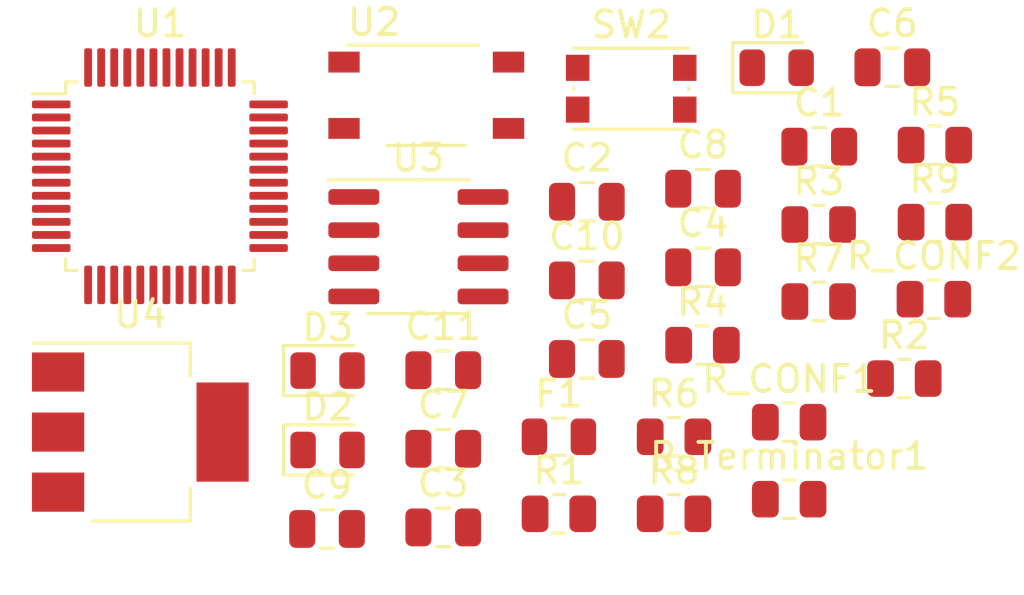
<source format=kicad_pcb>
(kicad_pcb (version 20171130) (host pcbnew "(5.1.10)-1")

  (general
    (thickness 1.6)
    (drawings 0)
    (tracks 0)
    (zones 0)
    (modules 32)
    (nets 27)
  )

  (page A4)
  (layers
    (0 F.Cu signal)
    (31 B.Cu signal)
    (32 B.Adhes user)
    (33 F.Adhes user)
    (34 B.Paste user)
    (35 F.Paste user)
    (36 B.SilkS user)
    (37 F.SilkS user)
    (38 B.Mask user)
    (39 F.Mask user)
    (40 Dwgs.User user)
    (41 Cmts.User user)
    (42 Eco1.User user)
    (43 Eco2.User user)
    (44 Edge.Cuts user)
    (45 Margin user)
    (46 B.CrtYd user)
    (47 F.CrtYd user)
    (48 B.Fab user)
    (49 F.Fab user)
  )

  (setup
    (last_trace_width 0.25)
    (trace_clearance 0.2)
    (zone_clearance 0.508)
    (zone_45_only no)
    (trace_min 0.2)
    (via_size 0.8)
    (via_drill 0.4)
    (via_min_size 0.4)
    (via_min_drill 0.3)
    (uvia_size 0.3)
    (uvia_drill 0.1)
    (uvias_allowed no)
    (uvia_min_size 0.2)
    (uvia_min_drill 0.1)
    (edge_width 0.05)
    (segment_width 0.2)
    (pcb_text_width 0.3)
    (pcb_text_size 1.5 1.5)
    (mod_edge_width 0.12)
    (mod_text_size 1 1)
    (mod_text_width 0.15)
    (pad_size 1.524 1.524)
    (pad_drill 0.762)
    (pad_to_mask_clearance 0)
    (aux_axis_origin 0 0)
    (visible_elements FFFFFF7F)
    (pcbplotparams
      (layerselection 0x010fc_ffffffff)
      (usegerberextensions false)
      (usegerberattributes true)
      (usegerberadvancedattributes true)
      (creategerberjobfile true)
      (excludeedgelayer true)
      (linewidth 0.100000)
      (plotframeref false)
      (viasonmask false)
      (mode 1)
      (useauxorigin false)
      (hpglpennumber 1)
      (hpglpenspeed 20)
      (hpglpendiameter 15.000000)
      (psnegative false)
      (psa4output false)
      (plotreference true)
      (plotvalue true)
      (plotinvisibletext false)
      (padsonsilk false)
      (subtractmaskfromsilk false)
      (outputformat 1)
      (mirror false)
      (drillshape 1)
      (scaleselection 1)
      (outputdirectory ""))
  )

  (net 0 "")
  (net 1 GND)
  (net 2 +3V3)
  (net 3 OSC_IN)
  (net 4 OSC_OUT)
  (net 5 L_OSC_IN)
  (net 6 L_OSC_OUT)
  (net 7 +5V)
  (net 8 NRST)
  (net 9 "Net-(D1-Pad1)")
  (net 10 "Net-(D2-Pad1)")
  (net 11 "Net-(D3-Pad1)")
  (net 12 CAN_LED)
  (net 13 UART_LED)
  (net 14 B_LED)
  (net 15 "Net-(R5-Pad2)")
  (net 16 TERMINATOR_SW)
  (net 17 "Net-(P1-PadA7)")
  (net 18 USB_D-)
  (net 19 USB_D+)
  (net 20 "Net-(P1-PadA6)")
  (net 21 BOOT0)
  (net 22 "Net-(R_Terminator1-Pad2)")
  (net 23 CAN_H)
  (net 24 CAN_TX)
  (net 25 CAN_RX)
  (net 26 CAN_L)

  (net_class Default "This is the default net class."
    (clearance 0.2)
    (trace_width 0.25)
    (via_dia 0.8)
    (via_drill 0.4)
    (uvia_dia 0.3)
    (uvia_drill 0.1)
    (add_net +3V3)
    (add_net +5V)
    (add_net BOOT0)
    (add_net B_LED)
    (add_net CAN_H)
    (add_net CAN_L)
    (add_net CAN_LED)
    (add_net CAN_RX)
    (add_net CAN_TX)
    (add_net GND)
    (add_net L_OSC_IN)
    (add_net L_OSC_OUT)
    (add_net NRST)
    (add_net "Net-(D1-Pad1)")
    (add_net "Net-(D2-Pad1)")
    (add_net "Net-(D3-Pad1)")
    (add_net "Net-(F1-Pad1)")
    (add_net "Net-(P1-PadA5)")
    (add_net "Net-(P1-PadA6)")
    (add_net "Net-(P1-PadA7)")
    (add_net "Net-(R5-Pad2)")
    (add_net "Net-(R8-Pad2)")
    (add_net "Net-(R_Terminator1-Pad2)")
    (add_net "Net-(U1-Pad1)")
    (add_net "Net-(U1-Pad10)")
    (add_net "Net-(U1-Pad11)")
    (add_net "Net-(U1-Pad12)")
    (add_net "Net-(U1-Pad13)")
    (add_net "Net-(U1-Pad14)")
    (add_net "Net-(U1-Pad15)")
    (add_net "Net-(U1-Pad16)")
    (add_net "Net-(U1-Pad17)")
    (add_net "Net-(U1-Pad20)")
    (add_net "Net-(U1-Pad22)")
    (add_net "Net-(U1-Pad25)")
    (add_net "Net-(U1-Pad26)")
    (add_net "Net-(U1-Pad27)")
    (add_net "Net-(U1-Pad28)")
    (add_net "Net-(U1-Pad29)")
    (add_net "Net-(U1-Pad30)")
    (add_net "Net-(U1-Pad31)")
    (add_net "Net-(U1-Pad34)")
    (add_net "Net-(U1-Pad37)")
    (add_net "Net-(U1-Pad38)")
    (add_net "Net-(U1-Pad39)")
    (add_net "Net-(U1-Pad40)")
    (add_net "Net-(U1-Pad41)")
    (add_net "Net-(U1-Pad42)")
    (add_net "Net-(U1-Pad43)")
    (add_net "Net-(U3-Pad5)")
    (add_net OSC_IN)
    (add_net OSC_OUT)
    (add_net TERMINATOR_SW)
    (add_net UART_LED)
    (add_net USB_D+)
    (add_net USB_D-)
  )

  (module Package_TO_SOT_SMD:SOT-223-3_TabPin2 (layer F.Cu) (tedit 5A02FF57) (tstamp 6330197A)
    (at 24.8 37.6)
    (descr "module CMS SOT223 4 pins")
    (tags "CMS SOT")
    (path /6335F99C)
    (attr smd)
    (fp_text reference U4 (at 0 -4.5) (layer F.SilkS)
      (effects (font (size 1 1) (thickness 0.15)))
    )
    (fp_text value LM1117-3.3 (at 0 4.5) (layer F.Fab)
      (effects (font (size 1 1) (thickness 0.15)))
    )
    (fp_text user %R (at 0 0 90) (layer F.Fab)
      (effects (font (size 0.8 0.8) (thickness 0.12)))
    )
    (fp_line (start 1.91 3.41) (end 1.91 2.15) (layer F.SilkS) (width 0.12))
    (fp_line (start 1.91 -3.41) (end 1.91 -2.15) (layer F.SilkS) (width 0.12))
    (fp_line (start 4.4 -3.6) (end -4.4 -3.6) (layer F.CrtYd) (width 0.05))
    (fp_line (start 4.4 3.6) (end 4.4 -3.6) (layer F.CrtYd) (width 0.05))
    (fp_line (start -4.4 3.6) (end 4.4 3.6) (layer F.CrtYd) (width 0.05))
    (fp_line (start -4.4 -3.6) (end -4.4 3.6) (layer F.CrtYd) (width 0.05))
    (fp_line (start -1.85 -2.35) (end -0.85 -3.35) (layer F.Fab) (width 0.1))
    (fp_line (start -1.85 -2.35) (end -1.85 3.35) (layer F.Fab) (width 0.1))
    (fp_line (start -1.85 3.41) (end 1.91 3.41) (layer F.SilkS) (width 0.12))
    (fp_line (start -0.85 -3.35) (end 1.85 -3.35) (layer F.Fab) (width 0.1))
    (fp_line (start -4.1 -3.41) (end 1.91 -3.41) (layer F.SilkS) (width 0.12))
    (fp_line (start -1.85 3.35) (end 1.85 3.35) (layer F.Fab) (width 0.1))
    (fp_line (start 1.85 -3.35) (end 1.85 3.35) (layer F.Fab) (width 0.1))
    (pad 1 smd rect (at -3.15 -2.3) (size 2 1.5) (layers F.Cu F.Paste F.Mask)
      (net 1 GND))
    (pad 3 smd rect (at -3.15 2.3) (size 2 1.5) (layers F.Cu F.Paste F.Mask)
      (net 7 +5V))
    (pad 2 smd rect (at -3.15 0) (size 2 1.5) (layers F.Cu F.Paste F.Mask)
      (net 2 +3V3))
    (pad 2 smd rect (at 3.15 0) (size 2 3.8) (layers F.Cu F.Paste F.Mask)
      (net 2 +3V3))
    (model ${KISYS3DMOD}/Package_TO_SOT_SMD.3dshapes/SOT-223.wrl
      (at (xyz 0 0 0))
      (scale (xyz 1 1 1))
      (rotate (xyz 0 0 0))
    )
  )

  (module Package_SO:SOIC-8_3.9x4.9mm_P1.27mm (layer F.Cu) (tedit 5D9F72B1) (tstamp 63301964)
    (at 35.45 30.5)
    (descr "SOIC, 8 Pin (JEDEC MS-012AA, https://www.analog.com/media/en/package-pcb-resources/package/pkg_pdf/soic_narrow-r/r_8.pdf), generated with kicad-footprint-generator ipc_gullwing_generator.py")
    (tags "SOIC SO")
    (path /6331866D)
    (attr smd)
    (fp_text reference U3 (at 0 -3.4) (layer F.SilkS)
      (effects (font (size 1 1) (thickness 0.15)))
    )
    (fp_text value MCP2561-E-SN (at 0 3.4) (layer F.Fab)
      (effects (font (size 1 1) (thickness 0.15)))
    )
    (fp_text user %R (at 0 0) (layer F.Fab)
      (effects (font (size 0.98 0.98) (thickness 0.15)))
    )
    (fp_line (start 0 2.56) (end 1.95 2.56) (layer F.SilkS) (width 0.12))
    (fp_line (start 0 2.56) (end -1.95 2.56) (layer F.SilkS) (width 0.12))
    (fp_line (start 0 -2.56) (end 1.95 -2.56) (layer F.SilkS) (width 0.12))
    (fp_line (start 0 -2.56) (end -3.45 -2.56) (layer F.SilkS) (width 0.12))
    (fp_line (start -0.975 -2.45) (end 1.95 -2.45) (layer F.Fab) (width 0.1))
    (fp_line (start 1.95 -2.45) (end 1.95 2.45) (layer F.Fab) (width 0.1))
    (fp_line (start 1.95 2.45) (end -1.95 2.45) (layer F.Fab) (width 0.1))
    (fp_line (start -1.95 2.45) (end -1.95 -1.475) (layer F.Fab) (width 0.1))
    (fp_line (start -1.95 -1.475) (end -0.975 -2.45) (layer F.Fab) (width 0.1))
    (fp_line (start -3.7 -2.7) (end -3.7 2.7) (layer F.CrtYd) (width 0.05))
    (fp_line (start -3.7 2.7) (end 3.7 2.7) (layer F.CrtYd) (width 0.05))
    (fp_line (start 3.7 2.7) (end 3.7 -2.7) (layer F.CrtYd) (width 0.05))
    (fp_line (start 3.7 -2.7) (end -3.7 -2.7) (layer F.CrtYd) (width 0.05))
    (pad 8 smd roundrect (at 2.475 -1.905) (size 1.95 0.6) (layers F.Cu F.Paste F.Mask) (roundrect_rratio 0.25)
      (net 1 GND))
    (pad 7 smd roundrect (at 2.475 -0.635) (size 1.95 0.6) (layers F.Cu F.Paste F.Mask) (roundrect_rratio 0.25)
      (net 23 CAN_H))
    (pad 6 smd roundrect (at 2.475 0.635) (size 1.95 0.6) (layers F.Cu F.Paste F.Mask) (roundrect_rratio 0.25)
      (net 26 CAN_L))
    (pad 5 smd roundrect (at 2.475 1.905) (size 1.95 0.6) (layers F.Cu F.Paste F.Mask) (roundrect_rratio 0.25))
    (pad 4 smd roundrect (at -2.475 1.905) (size 1.95 0.6) (layers F.Cu F.Paste F.Mask) (roundrect_rratio 0.25)
      (net 24 CAN_TX))
    (pad 3 smd roundrect (at -2.475 0.635) (size 1.95 0.6) (layers F.Cu F.Paste F.Mask) (roundrect_rratio 0.25)
      (net 7 +5V))
    (pad 2 smd roundrect (at -2.475 -0.635) (size 1.95 0.6) (layers F.Cu F.Paste F.Mask) (roundrect_rratio 0.25)
      (net 1 GND))
    (pad 1 smd roundrect (at -2.475 -1.905) (size 1.95 0.6) (layers F.Cu F.Paste F.Mask) (roundrect_rratio 0.25)
      (net 25 CAN_RX))
    (model ${KISYS3DMOD}/Package_SO.3dshapes/SOIC-8_3.9x4.9mm_P1.27mm.wrl
      (at (xyz 0 0 0))
      (scale (xyz 1 1 1))
      (rotate (xyz 0 0 0))
    )
  )

  (module Package_SO:MFSOP6-4_4.4x3.6mm_P1.27mm (layer F.Cu) (tedit 5A02F25C) (tstamp 6330194A)
    (at 35.75 24.7)
    (descr https://toshiba.semicon-storage.com/ap-en/design-support/package/detail.4pin%20MFSOP6.html)
    (tags "MFSOP 4 pin SMD")
    (path /63323CF4)
    (attr smd)
    (fp_text reference U2 (at -2 -2.8) (layer F.SilkS)
      (effects (font (size 1 1) (thickness 0.15)))
    )
    (fp_text value TLP175A (at 0 2.921) (layer F.Fab)
      (effects (font (size 1 1) (thickness 0.15)))
    )
    (fp_text user %R (at 0 0) (layer F.Fab)
      (effects (font (size 0.75 0.75) (thickness 0.15)))
    )
    (fp_line (start 1.5 1.92) (end -1.5 1.92) (layer F.SilkS) (width 0.12))
    (fp_line (start -3 -1.92) (end 2 -1.92) (layer F.SilkS) (width 0.12))
    (fp_line (start -2.2 1.8) (end 2.2 1.8) (layer F.Fab) (width 0.12))
    (fp_line (start 2.2 1.8) (end 2.2 -1.8) (layer F.Fab) (width 0.12))
    (fp_line (start 2.2 -1.8) (end -1.2 -1.8) (layer F.Fab) (width 0.12))
    (fp_line (start -1.2 -1.8) (end -2.2 -0.8) (layer F.Fab) (width 0.12))
    (fp_line (start -2.2 -0.8) (end -2.2 1.8) (layer F.Fab) (width 0.12))
    (fp_line (start -4 -2.05) (end 4 -2.05) (layer F.CrtYd) (width 0.05))
    (fp_line (start -4 -2.05) (end -4 2.05) (layer F.CrtYd) (width 0.05))
    (fp_line (start 4 2.05) (end 4 -2.05) (layer F.CrtYd) (width 0.05))
    (fp_line (start 4 2.05) (end -4 2.05) (layer F.CrtYd) (width 0.05))
    (pad 1 smd rect (at -3.15 -1.27) (size 1.2 0.8) (layers F.Cu F.Paste F.Mask)
      (net 15 "Net-(R5-Pad2)"))
    (pad 4 smd rect (at 3.15 1.27) (size 1.2 0.8) (layers F.Cu F.Paste F.Mask)
      (net 26 CAN_L))
    (pad 3 smd rect (at -3.15 1.27) (size 1.2 0.8) (layers F.Cu F.Paste F.Mask)
      (net 1 GND))
    (pad 6 smd rect (at 3.15 -1.27) (size 1.2 0.8) (layers F.Cu F.Paste F.Mask)
      (net 22 "Net-(R_Terminator1-Pad2)"))
    (model ${KISYS3DMOD}/Package_SO.3dshapes/MFSOP6-4_4.4x3.6mm_P1.27mm.wrl
      (at (xyz 0 0 0))
      (scale (xyz 1 1 1))
      (rotate (xyz 0 0 0))
    )
  )

  (module Package_QFP:LQFP-48_7x7mm_P0.5mm (layer F.Cu) (tedit 5D9F72AF) (tstamp 63301936)
    (at 25.55 27.8)
    (descr "LQFP, 48 Pin (https://www.analog.com/media/en/technical-documentation/data-sheets/ltc2358-16.pdf), generated with kicad-footprint-generator ipc_gullwing_generator.py")
    (tags "LQFP QFP")
    (path /632F6371)
    (attr smd)
    (fp_text reference U1 (at 0 -5.85) (layer F.SilkS)
      (effects (font (size 1 1) (thickness 0.15)))
    )
    (fp_text value STM32F103C6Tx (at 0 5.85) (layer F.Fab)
      (effects (font (size 1 1) (thickness 0.15)))
    )
    (fp_text user %R (at 0 0) (layer F.Fab)
      (effects (font (size 1 1) (thickness 0.15)))
    )
    (fp_line (start 3.16 3.61) (end 3.61 3.61) (layer F.SilkS) (width 0.12))
    (fp_line (start 3.61 3.61) (end 3.61 3.16) (layer F.SilkS) (width 0.12))
    (fp_line (start -3.16 3.61) (end -3.61 3.61) (layer F.SilkS) (width 0.12))
    (fp_line (start -3.61 3.61) (end -3.61 3.16) (layer F.SilkS) (width 0.12))
    (fp_line (start 3.16 -3.61) (end 3.61 -3.61) (layer F.SilkS) (width 0.12))
    (fp_line (start 3.61 -3.61) (end 3.61 -3.16) (layer F.SilkS) (width 0.12))
    (fp_line (start -3.16 -3.61) (end -3.61 -3.61) (layer F.SilkS) (width 0.12))
    (fp_line (start -3.61 -3.61) (end -3.61 -3.16) (layer F.SilkS) (width 0.12))
    (fp_line (start -3.61 -3.16) (end -4.9 -3.16) (layer F.SilkS) (width 0.12))
    (fp_line (start -2.5 -3.5) (end 3.5 -3.5) (layer F.Fab) (width 0.1))
    (fp_line (start 3.5 -3.5) (end 3.5 3.5) (layer F.Fab) (width 0.1))
    (fp_line (start 3.5 3.5) (end -3.5 3.5) (layer F.Fab) (width 0.1))
    (fp_line (start -3.5 3.5) (end -3.5 -2.5) (layer F.Fab) (width 0.1))
    (fp_line (start -3.5 -2.5) (end -2.5 -3.5) (layer F.Fab) (width 0.1))
    (fp_line (start 0 -5.15) (end -3.15 -5.15) (layer F.CrtYd) (width 0.05))
    (fp_line (start -3.15 -5.15) (end -3.15 -3.75) (layer F.CrtYd) (width 0.05))
    (fp_line (start -3.15 -3.75) (end -3.75 -3.75) (layer F.CrtYd) (width 0.05))
    (fp_line (start -3.75 -3.75) (end -3.75 -3.15) (layer F.CrtYd) (width 0.05))
    (fp_line (start -3.75 -3.15) (end -5.15 -3.15) (layer F.CrtYd) (width 0.05))
    (fp_line (start -5.15 -3.15) (end -5.15 0) (layer F.CrtYd) (width 0.05))
    (fp_line (start 0 -5.15) (end 3.15 -5.15) (layer F.CrtYd) (width 0.05))
    (fp_line (start 3.15 -5.15) (end 3.15 -3.75) (layer F.CrtYd) (width 0.05))
    (fp_line (start 3.15 -3.75) (end 3.75 -3.75) (layer F.CrtYd) (width 0.05))
    (fp_line (start 3.75 -3.75) (end 3.75 -3.15) (layer F.CrtYd) (width 0.05))
    (fp_line (start 3.75 -3.15) (end 5.15 -3.15) (layer F.CrtYd) (width 0.05))
    (fp_line (start 5.15 -3.15) (end 5.15 0) (layer F.CrtYd) (width 0.05))
    (fp_line (start 0 5.15) (end -3.15 5.15) (layer F.CrtYd) (width 0.05))
    (fp_line (start -3.15 5.15) (end -3.15 3.75) (layer F.CrtYd) (width 0.05))
    (fp_line (start -3.15 3.75) (end -3.75 3.75) (layer F.CrtYd) (width 0.05))
    (fp_line (start -3.75 3.75) (end -3.75 3.15) (layer F.CrtYd) (width 0.05))
    (fp_line (start -3.75 3.15) (end -5.15 3.15) (layer F.CrtYd) (width 0.05))
    (fp_line (start -5.15 3.15) (end -5.15 0) (layer F.CrtYd) (width 0.05))
    (fp_line (start 0 5.15) (end 3.15 5.15) (layer F.CrtYd) (width 0.05))
    (fp_line (start 3.15 5.15) (end 3.15 3.75) (layer F.CrtYd) (width 0.05))
    (fp_line (start 3.15 3.75) (end 3.75 3.75) (layer F.CrtYd) (width 0.05))
    (fp_line (start 3.75 3.75) (end 3.75 3.15) (layer F.CrtYd) (width 0.05))
    (fp_line (start 3.75 3.15) (end 5.15 3.15) (layer F.CrtYd) (width 0.05))
    (fp_line (start 5.15 3.15) (end 5.15 0) (layer F.CrtYd) (width 0.05))
    (pad 48 smd roundrect (at -2.75 -4.1625) (size 0.3 1.475) (layers F.Cu F.Paste F.Mask) (roundrect_rratio 0.25)
      (net 2 +3V3))
    (pad 47 smd roundrect (at -2.25 -4.1625) (size 0.3 1.475) (layers F.Cu F.Paste F.Mask) (roundrect_rratio 0.25)
      (net 1 GND))
    (pad 46 smd roundrect (at -1.75 -4.1625) (size 0.3 1.475) (layers F.Cu F.Paste F.Mask) (roundrect_rratio 0.25)
      (net 24 CAN_TX))
    (pad 45 smd roundrect (at -1.25 -4.1625) (size 0.3 1.475) (layers F.Cu F.Paste F.Mask) (roundrect_rratio 0.25)
      (net 25 CAN_RX))
    (pad 44 smd roundrect (at -0.75 -4.1625) (size 0.3 1.475) (layers F.Cu F.Paste F.Mask) (roundrect_rratio 0.25)
      (net 21 BOOT0))
    (pad 43 smd roundrect (at -0.25 -4.1625) (size 0.3 1.475) (layers F.Cu F.Paste F.Mask) (roundrect_rratio 0.25))
    (pad 42 smd roundrect (at 0.25 -4.1625) (size 0.3 1.475) (layers F.Cu F.Paste F.Mask) (roundrect_rratio 0.25))
    (pad 41 smd roundrect (at 0.75 -4.1625) (size 0.3 1.475) (layers F.Cu F.Paste F.Mask) (roundrect_rratio 0.25))
    (pad 40 smd roundrect (at 1.25 -4.1625) (size 0.3 1.475) (layers F.Cu F.Paste F.Mask) (roundrect_rratio 0.25))
    (pad 39 smd roundrect (at 1.75 -4.1625) (size 0.3 1.475) (layers F.Cu F.Paste F.Mask) (roundrect_rratio 0.25))
    (pad 38 smd roundrect (at 2.25 -4.1625) (size 0.3 1.475) (layers F.Cu F.Paste F.Mask) (roundrect_rratio 0.25))
    (pad 37 smd roundrect (at 2.75 -4.1625) (size 0.3 1.475) (layers F.Cu F.Paste F.Mask) (roundrect_rratio 0.25))
    (pad 36 smd roundrect (at 4.1625 -2.75) (size 1.475 0.3) (layers F.Cu F.Paste F.Mask) (roundrect_rratio 0.25)
      (net 2 +3V3))
    (pad 35 smd roundrect (at 4.1625 -2.25) (size 1.475 0.3) (layers F.Cu F.Paste F.Mask) (roundrect_rratio 0.25)
      (net 1 GND))
    (pad 34 smd roundrect (at 4.1625 -1.75) (size 1.475 0.3) (layers F.Cu F.Paste F.Mask) (roundrect_rratio 0.25))
    (pad 33 smd roundrect (at 4.1625 -1.25) (size 1.475 0.3) (layers F.Cu F.Paste F.Mask) (roundrect_rratio 0.25)
      (net 19 USB_D+))
    (pad 32 smd roundrect (at 4.1625 -0.75) (size 1.475 0.3) (layers F.Cu F.Paste F.Mask) (roundrect_rratio 0.25)
      (net 18 USB_D-))
    (pad 31 smd roundrect (at 4.1625 -0.25) (size 1.475 0.3) (layers F.Cu F.Paste F.Mask) (roundrect_rratio 0.25))
    (pad 30 smd roundrect (at 4.1625 0.25) (size 1.475 0.3) (layers F.Cu F.Paste F.Mask) (roundrect_rratio 0.25))
    (pad 29 smd roundrect (at 4.1625 0.75) (size 1.475 0.3) (layers F.Cu F.Paste F.Mask) (roundrect_rratio 0.25))
    (pad 28 smd roundrect (at 4.1625 1.25) (size 1.475 0.3) (layers F.Cu F.Paste F.Mask) (roundrect_rratio 0.25))
    (pad 27 smd roundrect (at 4.1625 1.75) (size 1.475 0.3) (layers F.Cu F.Paste F.Mask) (roundrect_rratio 0.25))
    (pad 26 smd roundrect (at 4.1625 2.25) (size 1.475 0.3) (layers F.Cu F.Paste F.Mask) (roundrect_rratio 0.25))
    (pad 25 smd roundrect (at 4.1625 2.75) (size 1.475 0.3) (layers F.Cu F.Paste F.Mask) (roundrect_rratio 0.25))
    (pad 24 smd roundrect (at 2.75 4.1625) (size 0.3 1.475) (layers F.Cu F.Paste F.Mask) (roundrect_rratio 0.25)
      (net 2 +3V3))
    (pad 23 smd roundrect (at 2.25 4.1625) (size 0.3 1.475) (layers F.Cu F.Paste F.Mask) (roundrect_rratio 0.25)
      (net 1 GND))
    (pad 22 smd roundrect (at 1.75 4.1625) (size 0.3 1.475) (layers F.Cu F.Paste F.Mask) (roundrect_rratio 0.25))
    (pad 21 smd roundrect (at 1.25 4.1625) (size 0.3 1.475) (layers F.Cu F.Paste F.Mask) (roundrect_rratio 0.25)
      (net 16 TERMINATOR_SW))
    (pad 20 smd roundrect (at 0.75 4.1625) (size 0.3 1.475) (layers F.Cu F.Paste F.Mask) (roundrect_rratio 0.25))
    (pad 19 smd roundrect (at 0.25 4.1625) (size 0.3 1.475) (layers F.Cu F.Paste F.Mask) (roundrect_rratio 0.25)
      (net 13 UART_LED))
    (pad 18 smd roundrect (at -0.25 4.1625) (size 0.3 1.475) (layers F.Cu F.Paste F.Mask) (roundrect_rratio 0.25)
      (net 12 CAN_LED))
    (pad 17 smd roundrect (at -0.75 4.1625) (size 0.3 1.475) (layers F.Cu F.Paste F.Mask) (roundrect_rratio 0.25))
    (pad 16 smd roundrect (at -1.25 4.1625) (size 0.3 1.475) (layers F.Cu F.Paste F.Mask) (roundrect_rratio 0.25))
    (pad 15 smd roundrect (at -1.75 4.1625) (size 0.3 1.475) (layers F.Cu F.Paste F.Mask) (roundrect_rratio 0.25))
    (pad 14 smd roundrect (at -2.25 4.1625) (size 0.3 1.475) (layers F.Cu F.Paste F.Mask) (roundrect_rratio 0.25))
    (pad 13 smd roundrect (at -2.75 4.1625) (size 0.3 1.475) (layers F.Cu F.Paste F.Mask) (roundrect_rratio 0.25))
    (pad 12 smd roundrect (at -4.1625 2.75) (size 1.475 0.3) (layers F.Cu F.Paste F.Mask) (roundrect_rratio 0.25))
    (pad 11 smd roundrect (at -4.1625 2.25) (size 1.475 0.3) (layers F.Cu F.Paste F.Mask) (roundrect_rratio 0.25))
    (pad 10 smd roundrect (at -4.1625 1.75) (size 1.475 0.3) (layers F.Cu F.Paste F.Mask) (roundrect_rratio 0.25))
    (pad 9 smd roundrect (at -4.1625 1.25) (size 1.475 0.3) (layers F.Cu F.Paste F.Mask) (roundrect_rratio 0.25)
      (net 2 +3V3))
    (pad 8 smd roundrect (at -4.1625 0.75) (size 1.475 0.3) (layers F.Cu F.Paste F.Mask) (roundrect_rratio 0.25)
      (net 1 GND))
    (pad 7 smd roundrect (at -4.1625 0.25) (size 1.475 0.3) (layers F.Cu F.Paste F.Mask) (roundrect_rratio 0.25)
      (net 8 NRST))
    (pad 6 smd roundrect (at -4.1625 -0.25) (size 1.475 0.3) (layers F.Cu F.Paste F.Mask) (roundrect_rratio 0.25)
      (net 4 OSC_OUT))
    (pad 5 smd roundrect (at -4.1625 -0.75) (size 1.475 0.3) (layers F.Cu F.Paste F.Mask) (roundrect_rratio 0.25)
      (net 3 OSC_IN))
    (pad 4 smd roundrect (at -4.1625 -1.25) (size 1.475 0.3) (layers F.Cu F.Paste F.Mask) (roundrect_rratio 0.25)
      (net 6 L_OSC_OUT))
    (pad 3 smd roundrect (at -4.1625 -1.75) (size 1.475 0.3) (layers F.Cu F.Paste F.Mask) (roundrect_rratio 0.25)
      (net 5 L_OSC_IN))
    (pad 2 smd roundrect (at -4.1625 -2.25) (size 1.475 0.3) (layers F.Cu F.Paste F.Mask) (roundrect_rratio 0.25)
      (net 14 B_LED))
    (pad 1 smd roundrect (at -4.1625 -2.75) (size 1.475 0.3) (layers F.Cu F.Paste F.Mask) (roundrect_rratio 0.25))
    (model ${KISYS3DMOD}/Package_QFP.3dshapes/LQFP-48_7x7mm_P0.5mm.wrl
      (at (xyz 0 0 0))
      (scale (xyz 1 1 1))
      (rotate (xyz 0 0 0))
    )
  )

  (module Button_Switch_SMD:SW_Push_1P1T_NO_CK_KMR2 (layer F.Cu) (tedit 5A02FC95) (tstamp 633018DB)
    (at 43.6 24.45)
    (descr "CK components KMR2 tactile switch http://www.ckswitches.com/media/1479/kmr2.pdf")
    (tags "tactile switch kmr2")
    (path /6331845C)
    (attr smd)
    (fp_text reference SW2 (at 0 -2.45) (layer F.SilkS)
      (effects (font (size 1 1) (thickness 0.15)))
    )
    (fp_text value RESET_SW (at 0 2.55) (layer F.Fab)
      (effects (font (size 1 1) (thickness 0.15)))
    )
    (fp_text user %R (at 0 -2.45) (layer F.Fab)
      (effects (font (size 1 1) (thickness 0.15)))
    )
    (fp_line (start -2.1 -1.4) (end 2.1 -1.4) (layer F.Fab) (width 0.1))
    (fp_line (start 2.1 -1.4) (end 2.1 1.4) (layer F.Fab) (width 0.1))
    (fp_line (start 2.1 1.4) (end -2.1 1.4) (layer F.Fab) (width 0.1))
    (fp_line (start -2.1 1.4) (end -2.1 -1.4) (layer F.Fab) (width 0.1))
    (fp_line (start 2.2 0.05) (end 2.2 -0.05) (layer F.SilkS) (width 0.12))
    (fp_line (start -2.8 -1.8) (end 2.8 -1.8) (layer F.CrtYd) (width 0.05))
    (fp_line (start 2.8 -1.8) (end 2.8 1.8) (layer F.CrtYd) (width 0.05))
    (fp_line (start 2.8 1.8) (end -2.8 1.8) (layer F.CrtYd) (width 0.05))
    (fp_line (start -2.8 1.8) (end -2.8 -1.8) (layer F.CrtYd) (width 0.05))
    (fp_circle (center 0 0) (end 0 0.8) (layer F.Fab) (width 0.1))
    (fp_line (start -2.2 1.55) (end 2.2 1.55) (layer F.SilkS) (width 0.12))
    (fp_line (start 2.2 -1.55) (end -2.2 -1.55) (layer F.SilkS) (width 0.12))
    (fp_line (start -2.2 0.05) (end -2.2 -0.05) (layer F.SilkS) (width 0.12))
    (pad 2 smd rect (at 2.05 0.8) (size 0.9 1) (layers F.Cu F.Paste F.Mask)
      (net 8 NRST))
    (pad 1 smd rect (at 2.05 -0.8) (size 0.9 1) (layers F.Cu F.Paste F.Mask)
      (net 1 GND))
    (pad 2 smd rect (at -2.05 0.8) (size 0.9 1) (layers F.Cu F.Paste F.Mask)
      (net 8 NRST))
    (pad 1 smd rect (at -2.05 -0.8) (size 0.9 1) (layers F.Cu F.Paste F.Mask)
      (net 1 GND))
    (model ${KISYS3DMOD}/Button_Switch_SMD.3dshapes/SW_Push_1P1T_NO_CK_KMR2.wrl
      (at (xyz 0 0 0))
      (scale (xyz 1 1 1))
      (rotate (xyz 0 0 0))
    )
  )

  (module Resistor_SMD:R_0805_2012Metric (layer F.Cu) (tedit 5F68FEEE) (tstamp 633018C5)
    (at 49.65 40.17)
    (descr "Resistor SMD 0805 (2012 Metric), square (rectangular) end terminal, IPC_7351 nominal, (Body size source: IPC-SM-782 page 72, https://www.pcb-3d.com/wordpress/wp-content/uploads/ipc-sm-782a_amendment_1_and_2.pdf), generated with kicad-footprint-generator")
    (tags resistor)
    (path /633412DC)
    (attr smd)
    (fp_text reference R_Terminator1 (at 0 -1.65) (layer F.SilkS)
      (effects (font (size 1 1) (thickness 0.15)))
    )
    (fp_text value 100 (at 0 1.65) (layer F.Fab)
      (effects (font (size 1 1) (thickness 0.15)))
    )
    (fp_text user %R (at 0 0) (layer F.Fab)
      (effects (font (size 0.5 0.5) (thickness 0.08)))
    )
    (fp_line (start -1 0.625) (end -1 -0.625) (layer F.Fab) (width 0.1))
    (fp_line (start -1 -0.625) (end 1 -0.625) (layer F.Fab) (width 0.1))
    (fp_line (start 1 -0.625) (end 1 0.625) (layer F.Fab) (width 0.1))
    (fp_line (start 1 0.625) (end -1 0.625) (layer F.Fab) (width 0.1))
    (fp_line (start -0.227064 -0.735) (end 0.227064 -0.735) (layer F.SilkS) (width 0.12))
    (fp_line (start -0.227064 0.735) (end 0.227064 0.735) (layer F.SilkS) (width 0.12))
    (fp_line (start -1.68 0.95) (end -1.68 -0.95) (layer F.CrtYd) (width 0.05))
    (fp_line (start -1.68 -0.95) (end 1.68 -0.95) (layer F.CrtYd) (width 0.05))
    (fp_line (start 1.68 -0.95) (end 1.68 0.95) (layer F.CrtYd) (width 0.05))
    (fp_line (start 1.68 0.95) (end -1.68 0.95) (layer F.CrtYd) (width 0.05))
    (pad 2 smd roundrect (at 0.9125 0) (size 1.025 1.4) (layers F.Cu F.Paste F.Mask) (roundrect_rratio 0.243902)
      (net 22 "Net-(R_Terminator1-Pad2)"))
    (pad 1 smd roundrect (at -0.9125 0) (size 1.025 1.4) (layers F.Cu F.Paste F.Mask) (roundrect_rratio 0.243902)
      (net 23 CAN_H))
    (model ${KISYS3DMOD}/Resistor_SMD.3dshapes/R_0805_2012Metric.wrl
      (at (xyz 0 0 0))
      (scale (xyz 1 1 1))
      (rotate (xyz 0 0 0))
    )
  )

  (module Resistor_SMD:R_0805_2012Metric (layer F.Cu) (tedit 5F68FEEE) (tstamp 633018B4)
    (at 55.19 32.51)
    (descr "Resistor SMD 0805 (2012 Metric), square (rectangular) end terminal, IPC_7351 nominal, (Body size source: IPC-SM-782 page 72, https://www.pcb-3d.com/wordpress/wp-content/uploads/ipc-sm-782a_amendment_1_and_2.pdf), generated with kicad-footprint-generator")
    (tags resistor)
    (path /63314F47)
    (attr smd)
    (fp_text reference R_CONF2 (at 0 -1.65) (layer F.SilkS)
      (effects (font (size 1 1) (thickness 0.15)))
    )
    (fp_text value 1k5 (at 0 1.65) (layer F.Fab)
      (effects (font (size 1 1) (thickness 0.15)))
    )
    (fp_text user %R (at 0 0) (layer F.Fab)
      (effects (font (size 0.5 0.5) (thickness 0.08)))
    )
    (fp_line (start -1 0.625) (end -1 -0.625) (layer F.Fab) (width 0.1))
    (fp_line (start -1 -0.625) (end 1 -0.625) (layer F.Fab) (width 0.1))
    (fp_line (start 1 -0.625) (end 1 0.625) (layer F.Fab) (width 0.1))
    (fp_line (start 1 0.625) (end -1 0.625) (layer F.Fab) (width 0.1))
    (fp_line (start -0.227064 -0.735) (end 0.227064 -0.735) (layer F.SilkS) (width 0.12))
    (fp_line (start -0.227064 0.735) (end 0.227064 0.735) (layer F.SilkS) (width 0.12))
    (fp_line (start -1.68 0.95) (end -1.68 -0.95) (layer F.CrtYd) (width 0.05))
    (fp_line (start -1.68 -0.95) (end 1.68 -0.95) (layer F.CrtYd) (width 0.05))
    (fp_line (start 1.68 -0.95) (end 1.68 0.95) (layer F.CrtYd) (width 0.05))
    (fp_line (start 1.68 0.95) (end -1.68 0.95) (layer F.CrtYd) (width 0.05))
    (pad 2 smd roundrect (at 0.9125 0) (size 1.025 1.4) (layers F.Cu F.Paste F.Mask) (roundrect_rratio 0.243902)
      (net 2 +3V3))
    (pad 1 smd roundrect (at -0.9125 0) (size 1.025 1.4) (layers F.Cu F.Paste F.Mask) (roundrect_rratio 0.243902)
      (net 20 "Net-(P1-PadA6)"))
    (model ${KISYS3DMOD}/Resistor_SMD.3dshapes/R_0805_2012Metric.wrl
      (at (xyz 0 0 0))
      (scale (xyz 1 1 1))
      (rotate (xyz 0 0 0))
    )
  )

  (module Resistor_SMD:R_0805_2012Metric (layer F.Cu) (tedit 5F68FEEE) (tstamp 633018A3)
    (at 49.65 37.22)
    (descr "Resistor SMD 0805 (2012 Metric), square (rectangular) end terminal, IPC_7351 nominal, (Body size source: IPC-SM-782 page 72, https://www.pcb-3d.com/wordpress/wp-content/uploads/ipc-sm-782a_amendment_1_and_2.pdf), generated with kicad-footprint-generator")
    (tags resistor)
    (path /63315364)
    (attr smd)
    (fp_text reference R_CONF1 (at 0 -1.65) (layer F.SilkS)
      (effects (font (size 1 1) (thickness 0.15)))
    )
    (fp_text value 0 (at 0 1.65) (layer F.Fab)
      (effects (font (size 1 1) (thickness 0.15)))
    )
    (fp_text user %R (at 0 0) (layer F.Fab)
      (effects (font (size 0.5 0.5) (thickness 0.08)))
    )
    (fp_line (start -1 0.625) (end -1 -0.625) (layer F.Fab) (width 0.1))
    (fp_line (start -1 -0.625) (end 1 -0.625) (layer F.Fab) (width 0.1))
    (fp_line (start 1 -0.625) (end 1 0.625) (layer F.Fab) (width 0.1))
    (fp_line (start 1 0.625) (end -1 0.625) (layer F.Fab) (width 0.1))
    (fp_line (start -0.227064 -0.735) (end 0.227064 -0.735) (layer F.SilkS) (width 0.12))
    (fp_line (start -0.227064 0.735) (end 0.227064 0.735) (layer F.SilkS) (width 0.12))
    (fp_line (start -1.68 0.95) (end -1.68 -0.95) (layer F.CrtYd) (width 0.05))
    (fp_line (start -1.68 -0.95) (end 1.68 -0.95) (layer F.CrtYd) (width 0.05))
    (fp_line (start 1.68 -0.95) (end 1.68 0.95) (layer F.CrtYd) (width 0.05))
    (fp_line (start 1.68 0.95) (end -1.68 0.95) (layer F.CrtYd) (width 0.05))
    (pad 2 smd roundrect (at 0.9125 0) (size 1.025 1.4) (layers F.Cu F.Paste F.Mask) (roundrect_rratio 0.243902)
      (net 2 +3V3))
    (pad 1 smd roundrect (at -0.9125 0) (size 1.025 1.4) (layers F.Cu F.Paste F.Mask) (roundrect_rratio 0.243902)
      (net 17 "Net-(P1-PadA7)"))
    (model ${KISYS3DMOD}/Resistor_SMD.3dshapes/R_0805_2012Metric.wrl
      (at (xyz 0 0 0))
      (scale (xyz 1 1 1))
      (rotate (xyz 0 0 0))
    )
  )

  (module Resistor_SMD:R_0805_2012Metric (layer F.Cu) (tedit 5F68FEEE) (tstamp 63301892)
    (at 55.23 29.56)
    (descr "Resistor SMD 0805 (2012 Metric), square (rectangular) end terminal, IPC_7351 nominal, (Body size source: IPC-SM-782 page 72, https://www.pcb-3d.com/wordpress/wp-content/uploads/ipc-sm-782a_amendment_1_and_2.pdf), generated with kicad-footprint-generator")
    (tags resistor)
    (path /6333601B)
    (attr smd)
    (fp_text reference R9 (at 0 -1.65) (layer F.SilkS)
      (effects (font (size 1 1) (thickness 0.15)))
    )
    (fp_text value 10k (at 0 1.65) (layer F.Fab)
      (effects (font (size 1 1) (thickness 0.15)))
    )
    (fp_text user %R (at 0 0) (layer F.Fab)
      (effects (font (size 0.5 0.5) (thickness 0.08)))
    )
    (fp_line (start -1 0.625) (end -1 -0.625) (layer F.Fab) (width 0.1))
    (fp_line (start -1 -0.625) (end 1 -0.625) (layer F.Fab) (width 0.1))
    (fp_line (start 1 -0.625) (end 1 0.625) (layer F.Fab) (width 0.1))
    (fp_line (start 1 0.625) (end -1 0.625) (layer F.Fab) (width 0.1))
    (fp_line (start -0.227064 -0.735) (end 0.227064 -0.735) (layer F.SilkS) (width 0.12))
    (fp_line (start -0.227064 0.735) (end 0.227064 0.735) (layer F.SilkS) (width 0.12))
    (fp_line (start -1.68 0.95) (end -1.68 -0.95) (layer F.CrtYd) (width 0.05))
    (fp_line (start -1.68 -0.95) (end 1.68 -0.95) (layer F.CrtYd) (width 0.05))
    (fp_line (start 1.68 -0.95) (end 1.68 0.95) (layer F.CrtYd) (width 0.05))
    (fp_line (start 1.68 0.95) (end -1.68 0.95) (layer F.CrtYd) (width 0.05))
    (pad 2 smd roundrect (at 0.9125 0) (size 1.025 1.4) (layers F.Cu F.Paste F.Mask) (roundrect_rratio 0.243902)
      (net 8 NRST))
    (pad 1 smd roundrect (at -0.9125 0) (size 1.025 1.4) (layers F.Cu F.Paste F.Mask) (roundrect_rratio 0.243902)
      (net 2 +3V3))
    (model ${KISYS3DMOD}/Resistor_SMD.3dshapes/R_0805_2012Metric.wrl
      (at (xyz 0 0 0))
      (scale (xyz 1 1 1))
      (rotate (xyz 0 0 0))
    )
  )

  (module Resistor_SMD:R_0805_2012Metric (layer F.Cu) (tedit 5F68FEEE) (tstamp 63301881)
    (at 45.24 40.73)
    (descr "Resistor SMD 0805 (2012 Metric), square (rectangular) end terminal, IPC_7351 nominal, (Body size source: IPC-SM-782 page 72, https://www.pcb-3d.com/wordpress/wp-content/uploads/ipc-sm-782a_amendment_1_and_2.pdf), generated with kicad-footprint-generator")
    (tags resistor)
    (path /6330E866)
    (attr smd)
    (fp_text reference R8 (at 0 -1.65) (layer F.SilkS)
      (effects (font (size 1 1) (thickness 0.15)))
    )
    (fp_text value 1k (at 0 1.65) (layer F.Fab)
      (effects (font (size 1 1) (thickness 0.15)))
    )
    (fp_text user %R (at 0 0) (layer F.Fab)
      (effects (font (size 0.5 0.5) (thickness 0.08)))
    )
    (fp_line (start -1 0.625) (end -1 -0.625) (layer F.Fab) (width 0.1))
    (fp_line (start -1 -0.625) (end 1 -0.625) (layer F.Fab) (width 0.1))
    (fp_line (start 1 -0.625) (end 1 0.625) (layer F.Fab) (width 0.1))
    (fp_line (start 1 0.625) (end -1 0.625) (layer F.Fab) (width 0.1))
    (fp_line (start -0.227064 -0.735) (end 0.227064 -0.735) (layer F.SilkS) (width 0.12))
    (fp_line (start -0.227064 0.735) (end 0.227064 0.735) (layer F.SilkS) (width 0.12))
    (fp_line (start -1.68 0.95) (end -1.68 -0.95) (layer F.CrtYd) (width 0.05))
    (fp_line (start -1.68 -0.95) (end 1.68 -0.95) (layer F.CrtYd) (width 0.05))
    (fp_line (start 1.68 -0.95) (end 1.68 0.95) (layer F.CrtYd) (width 0.05))
    (fp_line (start 1.68 0.95) (end -1.68 0.95) (layer F.CrtYd) (width 0.05))
    (pad 2 smd roundrect (at 0.9125 0) (size 1.025 1.4) (layers F.Cu F.Paste F.Mask) (roundrect_rratio 0.243902))
    (pad 1 smd roundrect (at -0.9125 0) (size 1.025 1.4) (layers F.Cu F.Paste F.Mask) (roundrect_rratio 0.243902)
      (net 21 BOOT0))
    (model ${KISYS3DMOD}/Resistor_SMD.3dshapes/R_0805_2012Metric.wrl
      (at (xyz 0 0 0))
      (scale (xyz 1 1 1))
      (rotate (xyz 0 0 0))
    )
  )

  (module Resistor_SMD:R_0805_2012Metric (layer F.Cu) (tedit 5F68FEEE) (tstamp 63301870)
    (at 50.78 32.6)
    (descr "Resistor SMD 0805 (2012 Metric), square (rectangular) end terminal, IPC_7351 nominal, (Body size source: IPC-SM-782 page 72, https://www.pcb-3d.com/wordpress/wp-content/uploads/ipc-sm-782a_amendment_1_and_2.pdf), generated with kicad-footprint-generator")
    (tags resistor)
    (path /633300B0)
    (attr smd)
    (fp_text reference R7 (at 0 -1.65) (layer F.SilkS)
      (effects (font (size 1 1) (thickness 0.15)))
    )
    (fp_text value 22 (at 0 1.65) (layer F.Fab)
      (effects (font (size 1 1) (thickness 0.15)))
    )
    (fp_text user %R (at 0 0) (layer F.Fab)
      (effects (font (size 0.5 0.5) (thickness 0.08)))
    )
    (fp_line (start -1 0.625) (end -1 -0.625) (layer F.Fab) (width 0.1))
    (fp_line (start -1 -0.625) (end 1 -0.625) (layer F.Fab) (width 0.1))
    (fp_line (start 1 -0.625) (end 1 0.625) (layer F.Fab) (width 0.1))
    (fp_line (start 1 0.625) (end -1 0.625) (layer F.Fab) (width 0.1))
    (fp_line (start -0.227064 -0.735) (end 0.227064 -0.735) (layer F.SilkS) (width 0.12))
    (fp_line (start -0.227064 0.735) (end 0.227064 0.735) (layer F.SilkS) (width 0.12))
    (fp_line (start -1.68 0.95) (end -1.68 -0.95) (layer F.CrtYd) (width 0.05))
    (fp_line (start -1.68 -0.95) (end 1.68 -0.95) (layer F.CrtYd) (width 0.05))
    (fp_line (start 1.68 -0.95) (end 1.68 0.95) (layer F.CrtYd) (width 0.05))
    (fp_line (start 1.68 0.95) (end -1.68 0.95) (layer F.CrtYd) (width 0.05))
    (pad 2 smd roundrect (at 0.9125 0) (size 1.025 1.4) (layers F.Cu F.Paste F.Mask) (roundrect_rratio 0.243902)
      (net 19 USB_D+))
    (pad 1 smd roundrect (at -0.9125 0) (size 1.025 1.4) (layers F.Cu F.Paste F.Mask) (roundrect_rratio 0.243902)
      (net 20 "Net-(P1-PadA6)"))
    (model ${KISYS3DMOD}/Resistor_SMD.3dshapes/R_0805_2012Metric.wrl
      (at (xyz 0 0 0))
      (scale (xyz 1 1 1))
      (rotate (xyz 0 0 0))
    )
  )

  (module Resistor_SMD:R_0805_2012Metric (layer F.Cu) (tedit 5F68FEEE) (tstamp 6330185F)
    (at 45.24 37.78)
    (descr "Resistor SMD 0805 (2012 Metric), square (rectangular) end terminal, IPC_7351 nominal, (Body size source: IPC-SM-782 page 72, https://www.pcb-3d.com/wordpress/wp-content/uploads/ipc-sm-782a_amendment_1_and_2.pdf), generated with kicad-footprint-generator")
    (tags resistor)
    (path /6332E62E)
    (attr smd)
    (fp_text reference R6 (at 0 -1.65) (layer F.SilkS)
      (effects (font (size 1 1) (thickness 0.15)))
    )
    (fp_text value 22 (at 0 1.65) (layer F.Fab)
      (effects (font (size 1 1) (thickness 0.15)))
    )
    (fp_text user %R (at 0 0) (layer F.Fab)
      (effects (font (size 0.5 0.5) (thickness 0.08)))
    )
    (fp_line (start -1 0.625) (end -1 -0.625) (layer F.Fab) (width 0.1))
    (fp_line (start -1 -0.625) (end 1 -0.625) (layer F.Fab) (width 0.1))
    (fp_line (start 1 -0.625) (end 1 0.625) (layer F.Fab) (width 0.1))
    (fp_line (start 1 0.625) (end -1 0.625) (layer F.Fab) (width 0.1))
    (fp_line (start -0.227064 -0.735) (end 0.227064 -0.735) (layer F.SilkS) (width 0.12))
    (fp_line (start -0.227064 0.735) (end 0.227064 0.735) (layer F.SilkS) (width 0.12))
    (fp_line (start -1.68 0.95) (end -1.68 -0.95) (layer F.CrtYd) (width 0.05))
    (fp_line (start -1.68 -0.95) (end 1.68 -0.95) (layer F.CrtYd) (width 0.05))
    (fp_line (start 1.68 -0.95) (end 1.68 0.95) (layer F.CrtYd) (width 0.05))
    (fp_line (start 1.68 0.95) (end -1.68 0.95) (layer F.CrtYd) (width 0.05))
    (pad 2 smd roundrect (at 0.9125 0) (size 1.025 1.4) (layers F.Cu F.Paste F.Mask) (roundrect_rratio 0.243902)
      (net 17 "Net-(P1-PadA7)"))
    (pad 1 smd roundrect (at -0.9125 0) (size 1.025 1.4) (layers F.Cu F.Paste F.Mask) (roundrect_rratio 0.243902)
      (net 18 USB_D-))
    (model ${KISYS3DMOD}/Resistor_SMD.3dshapes/R_0805_2012Metric.wrl
      (at (xyz 0 0 0))
      (scale (xyz 1 1 1))
      (rotate (xyz 0 0 0))
    )
  )

  (module Resistor_SMD:R_0805_2012Metric (layer F.Cu) (tedit 5F68FEEE) (tstamp 6330184E)
    (at 55.23 26.61)
    (descr "Resistor SMD 0805 (2012 Metric), square (rectangular) end terminal, IPC_7351 nominal, (Body size source: IPC-SM-782 page 72, https://www.pcb-3d.com/wordpress/wp-content/uploads/ipc-sm-782a_amendment_1_and_2.pdf), generated with kicad-footprint-generator")
    (tags resistor)
    (path /6334CFFC)
    (attr smd)
    (fp_text reference R5 (at 0 -1.65) (layer F.SilkS)
      (effects (font (size 1 1) (thickness 0.15)))
    )
    (fp_text value 1k (at 0 1.65) (layer F.Fab)
      (effects (font (size 1 1) (thickness 0.15)))
    )
    (fp_text user %R (at 0 0) (layer F.Fab)
      (effects (font (size 0.5 0.5) (thickness 0.08)))
    )
    (fp_line (start -1 0.625) (end -1 -0.625) (layer F.Fab) (width 0.1))
    (fp_line (start -1 -0.625) (end 1 -0.625) (layer F.Fab) (width 0.1))
    (fp_line (start 1 -0.625) (end 1 0.625) (layer F.Fab) (width 0.1))
    (fp_line (start 1 0.625) (end -1 0.625) (layer F.Fab) (width 0.1))
    (fp_line (start -0.227064 -0.735) (end 0.227064 -0.735) (layer F.SilkS) (width 0.12))
    (fp_line (start -0.227064 0.735) (end 0.227064 0.735) (layer F.SilkS) (width 0.12))
    (fp_line (start -1.68 0.95) (end -1.68 -0.95) (layer F.CrtYd) (width 0.05))
    (fp_line (start -1.68 -0.95) (end 1.68 -0.95) (layer F.CrtYd) (width 0.05))
    (fp_line (start 1.68 -0.95) (end 1.68 0.95) (layer F.CrtYd) (width 0.05))
    (fp_line (start 1.68 0.95) (end -1.68 0.95) (layer F.CrtYd) (width 0.05))
    (pad 2 smd roundrect (at 0.9125 0) (size 1.025 1.4) (layers F.Cu F.Paste F.Mask) (roundrect_rratio 0.243902)
      (net 15 "Net-(R5-Pad2)"))
    (pad 1 smd roundrect (at -0.9125 0) (size 1.025 1.4) (layers F.Cu F.Paste F.Mask) (roundrect_rratio 0.243902)
      (net 16 TERMINATOR_SW))
    (model ${KISYS3DMOD}/Resistor_SMD.3dshapes/R_0805_2012Metric.wrl
      (at (xyz 0 0 0))
      (scale (xyz 1 1 1))
      (rotate (xyz 0 0 0))
    )
  )

  (module Resistor_SMD:R_0805_2012Metric (layer F.Cu) (tedit 5F68FEEE) (tstamp 6330183D)
    (at 46.33 34.27)
    (descr "Resistor SMD 0805 (2012 Metric), square (rectangular) end terminal, IPC_7351 nominal, (Body size source: IPC-SM-782 page 72, https://www.pcb-3d.com/wordpress/wp-content/uploads/ipc-sm-782a_amendment_1_and_2.pdf), generated with kicad-footprint-generator")
    (tags resistor)
    (path /632FE82A)
    (attr smd)
    (fp_text reference R4 (at 0 -1.65) (layer F.SilkS)
      (effects (font (size 1 1) (thickness 0.15)))
    )
    (fp_text value 510 (at 0 1.65) (layer F.Fab)
      (effects (font (size 1 1) (thickness 0.15)))
    )
    (fp_text user %R (at 0 0) (layer F.Fab)
      (effects (font (size 0.5 0.5) (thickness 0.08)))
    )
    (fp_line (start -1 0.625) (end -1 -0.625) (layer F.Fab) (width 0.1))
    (fp_line (start -1 -0.625) (end 1 -0.625) (layer F.Fab) (width 0.1))
    (fp_line (start 1 -0.625) (end 1 0.625) (layer F.Fab) (width 0.1))
    (fp_line (start 1 0.625) (end -1 0.625) (layer F.Fab) (width 0.1))
    (fp_line (start -0.227064 -0.735) (end 0.227064 -0.735) (layer F.SilkS) (width 0.12))
    (fp_line (start -0.227064 0.735) (end 0.227064 0.735) (layer F.SilkS) (width 0.12))
    (fp_line (start -1.68 0.95) (end -1.68 -0.95) (layer F.CrtYd) (width 0.05))
    (fp_line (start -1.68 -0.95) (end 1.68 -0.95) (layer F.CrtYd) (width 0.05))
    (fp_line (start 1.68 -0.95) (end 1.68 0.95) (layer F.CrtYd) (width 0.05))
    (fp_line (start 1.68 0.95) (end -1.68 0.95) (layer F.CrtYd) (width 0.05))
    (pad 2 smd roundrect (at 0.9125 0) (size 1.025 1.4) (layers F.Cu F.Paste F.Mask) (roundrect_rratio 0.243902)
      (net 14 B_LED))
    (pad 1 smd roundrect (at -0.9125 0) (size 1.025 1.4) (layers F.Cu F.Paste F.Mask) (roundrect_rratio 0.243902)
      (net 11 "Net-(D3-Pad1)"))
    (model ${KISYS3DMOD}/Resistor_SMD.3dshapes/R_0805_2012Metric.wrl
      (at (xyz 0 0 0))
      (scale (xyz 1 1 1))
      (rotate (xyz 0 0 0))
    )
  )

  (module Resistor_SMD:R_0805_2012Metric (layer F.Cu) (tedit 5F68FEEE) (tstamp 6330182C)
    (at 50.78 29.65)
    (descr "Resistor SMD 0805 (2012 Metric), square (rectangular) end terminal, IPC_7351 nominal, (Body size source: IPC-SM-782 page 72, https://www.pcb-3d.com/wordpress/wp-content/uploads/ipc-sm-782a_amendment_1_and_2.pdf), generated with kicad-footprint-generator")
    (tags resistor)
    (path /6330F803)
    (attr smd)
    (fp_text reference R3 (at 0 -1.65) (layer F.SilkS)
      (effects (font (size 1 1) (thickness 0.15)))
    )
    (fp_text value 510 (at 0 1.65) (layer F.Fab)
      (effects (font (size 1 1) (thickness 0.15)))
    )
    (fp_text user %R (at 0 0) (layer F.Fab)
      (effects (font (size 0.5 0.5) (thickness 0.08)))
    )
    (fp_line (start -1 0.625) (end -1 -0.625) (layer F.Fab) (width 0.1))
    (fp_line (start -1 -0.625) (end 1 -0.625) (layer F.Fab) (width 0.1))
    (fp_line (start 1 -0.625) (end 1 0.625) (layer F.Fab) (width 0.1))
    (fp_line (start 1 0.625) (end -1 0.625) (layer F.Fab) (width 0.1))
    (fp_line (start -0.227064 -0.735) (end 0.227064 -0.735) (layer F.SilkS) (width 0.12))
    (fp_line (start -0.227064 0.735) (end 0.227064 0.735) (layer F.SilkS) (width 0.12))
    (fp_line (start -1.68 0.95) (end -1.68 -0.95) (layer F.CrtYd) (width 0.05))
    (fp_line (start -1.68 -0.95) (end 1.68 -0.95) (layer F.CrtYd) (width 0.05))
    (fp_line (start 1.68 -0.95) (end 1.68 0.95) (layer F.CrtYd) (width 0.05))
    (fp_line (start 1.68 0.95) (end -1.68 0.95) (layer F.CrtYd) (width 0.05))
    (pad 2 smd roundrect (at 0.9125 0) (size 1.025 1.4) (layers F.Cu F.Paste F.Mask) (roundrect_rratio 0.243902)
      (net 13 UART_LED))
    (pad 1 smd roundrect (at -0.9125 0) (size 1.025 1.4) (layers F.Cu F.Paste F.Mask) (roundrect_rratio 0.243902)
      (net 10 "Net-(D2-Pad1)"))
    (model ${KISYS3DMOD}/Resistor_SMD.3dshapes/R_0805_2012Metric.wrl
      (at (xyz 0 0 0))
      (scale (xyz 1 1 1))
      (rotate (xyz 0 0 0))
    )
  )

  (module Resistor_SMD:R_0805_2012Metric (layer F.Cu) (tedit 5F68FEEE) (tstamp 6330181B)
    (at 54.06 35.55)
    (descr "Resistor SMD 0805 (2012 Metric), square (rectangular) end terminal, IPC_7351 nominal, (Body size source: IPC-SM-782 page 72, https://www.pcb-3d.com/wordpress/wp-content/uploads/ipc-sm-782a_amendment_1_and_2.pdf), generated with kicad-footprint-generator")
    (tags resistor)
    (path /6330ACF3)
    (attr smd)
    (fp_text reference R2 (at 0 -1.65) (layer F.SilkS)
      (effects (font (size 1 1) (thickness 0.15)))
    )
    (fp_text value 510 (at 0 1.65) (layer F.Fab)
      (effects (font (size 1 1) (thickness 0.15)))
    )
    (fp_text user %R (at 0 0) (layer F.Fab)
      (effects (font (size 0.5 0.5) (thickness 0.08)))
    )
    (fp_line (start -1 0.625) (end -1 -0.625) (layer F.Fab) (width 0.1))
    (fp_line (start -1 -0.625) (end 1 -0.625) (layer F.Fab) (width 0.1))
    (fp_line (start 1 -0.625) (end 1 0.625) (layer F.Fab) (width 0.1))
    (fp_line (start 1 0.625) (end -1 0.625) (layer F.Fab) (width 0.1))
    (fp_line (start -0.227064 -0.735) (end 0.227064 -0.735) (layer F.SilkS) (width 0.12))
    (fp_line (start -0.227064 0.735) (end 0.227064 0.735) (layer F.SilkS) (width 0.12))
    (fp_line (start -1.68 0.95) (end -1.68 -0.95) (layer F.CrtYd) (width 0.05))
    (fp_line (start -1.68 -0.95) (end 1.68 -0.95) (layer F.CrtYd) (width 0.05))
    (fp_line (start 1.68 -0.95) (end 1.68 0.95) (layer F.CrtYd) (width 0.05))
    (fp_line (start 1.68 0.95) (end -1.68 0.95) (layer F.CrtYd) (width 0.05))
    (pad 2 smd roundrect (at 0.9125 0) (size 1.025 1.4) (layers F.Cu F.Paste F.Mask) (roundrect_rratio 0.243902)
      (net 12 CAN_LED))
    (pad 1 smd roundrect (at -0.9125 0) (size 1.025 1.4) (layers F.Cu F.Paste F.Mask) (roundrect_rratio 0.243902)
      (net 9 "Net-(D1-Pad1)"))
    (model ${KISYS3DMOD}/Resistor_SMD.3dshapes/R_0805_2012Metric.wrl
      (at (xyz 0 0 0))
      (scale (xyz 1 1 1))
      (rotate (xyz 0 0 0))
    )
  )

  (module Resistor_SMD:R_0805_2012Metric (layer F.Cu) (tedit 5F68FEEE) (tstamp 6330180A)
    (at 40.83 40.73)
    (descr "Resistor SMD 0805 (2012 Metric), square (rectangular) end terminal, IPC_7351 nominal, (Body size source: IPC-SM-782 page 72, https://www.pcb-3d.com/wordpress/wp-content/uploads/ipc-sm-782a_amendment_1_and_2.pdf), generated with kicad-footprint-generator")
    (tags resistor)
    (path /6330DF26)
    (attr smd)
    (fp_text reference R1 (at 0 -1.65) (layer F.SilkS)
      (effects (font (size 1 1) (thickness 0.15)))
    )
    (fp_text value 5.1k (at 0 1.65) (layer F.Fab)
      (effects (font (size 1 1) (thickness 0.15)))
    )
    (fp_text user %R (at 0 0) (layer F.Fab)
      (effects (font (size 0.5 0.5) (thickness 0.08)))
    )
    (fp_line (start -1 0.625) (end -1 -0.625) (layer F.Fab) (width 0.1))
    (fp_line (start -1 -0.625) (end 1 -0.625) (layer F.Fab) (width 0.1))
    (fp_line (start 1 -0.625) (end 1 0.625) (layer F.Fab) (width 0.1))
    (fp_line (start 1 0.625) (end -1 0.625) (layer F.Fab) (width 0.1))
    (fp_line (start -0.227064 -0.735) (end 0.227064 -0.735) (layer F.SilkS) (width 0.12))
    (fp_line (start -0.227064 0.735) (end 0.227064 0.735) (layer F.SilkS) (width 0.12))
    (fp_line (start -1.68 0.95) (end -1.68 -0.95) (layer F.CrtYd) (width 0.05))
    (fp_line (start -1.68 -0.95) (end 1.68 -0.95) (layer F.CrtYd) (width 0.05))
    (fp_line (start 1.68 -0.95) (end 1.68 0.95) (layer F.CrtYd) (width 0.05))
    (fp_line (start 1.68 0.95) (end -1.68 0.95) (layer F.CrtYd) (width 0.05))
    (pad 2 smd roundrect (at 0.9125 0) (size 1.025 1.4) (layers F.Cu F.Paste F.Mask) (roundrect_rratio 0.243902)
      (net 1 GND))
    (pad 1 smd roundrect (at -0.9125 0) (size 1.025 1.4) (layers F.Cu F.Paste F.Mask) (roundrect_rratio 0.243902))
    (model ${KISYS3DMOD}/Resistor_SMD.3dshapes/R_0805_2012Metric.wrl
      (at (xyz 0 0 0))
      (scale (xyz 1 1 1))
      (rotate (xyz 0 0 0))
    )
  )

  (module Fuse:Fuse_0805_2012Metric (layer F.Cu) (tedit 5F68FEF1) (tstamp 633017F9)
    (at 40.83 37.78)
    (descr "Fuse SMD 0805 (2012 Metric), square (rectangular) end terminal, IPC_7351 nominal, (Body size source: https://docs.google.com/spreadsheets/d/1BsfQQcO9C6DZCsRaXUlFlo91Tg2WpOkGARC1WS5S8t0/edit?usp=sharing), generated with kicad-footprint-generator")
    (tags fuse)
    (path /63310554)
    (attr smd)
    (fp_text reference F1 (at 0 -1.65) (layer F.SilkS)
      (effects (font (size 1 1) (thickness 0.15)))
    )
    (fp_text value 300mA (at 0 1.65) (layer F.Fab)
      (effects (font (size 1 1) (thickness 0.15)))
    )
    (fp_text user %R (at 0 0) (layer F.Fab)
      (effects (font (size 0.5 0.5) (thickness 0.08)))
    )
    (fp_line (start -1 0.6) (end -1 -0.6) (layer F.Fab) (width 0.1))
    (fp_line (start -1 -0.6) (end 1 -0.6) (layer F.Fab) (width 0.1))
    (fp_line (start 1 -0.6) (end 1 0.6) (layer F.Fab) (width 0.1))
    (fp_line (start 1 0.6) (end -1 0.6) (layer F.Fab) (width 0.1))
    (fp_line (start -0.258578 -0.71) (end 0.258578 -0.71) (layer F.SilkS) (width 0.12))
    (fp_line (start -0.258578 0.71) (end 0.258578 0.71) (layer F.SilkS) (width 0.12))
    (fp_line (start -1.68 0.95) (end -1.68 -0.95) (layer F.CrtYd) (width 0.05))
    (fp_line (start -1.68 -0.95) (end 1.68 -0.95) (layer F.CrtYd) (width 0.05))
    (fp_line (start 1.68 -0.95) (end 1.68 0.95) (layer F.CrtYd) (width 0.05))
    (fp_line (start 1.68 0.95) (end -1.68 0.95) (layer F.CrtYd) (width 0.05))
    (pad 2 smd roundrect (at 0.9375 0) (size 0.975 1.4) (layers F.Cu F.Paste F.Mask) (roundrect_rratio 0.25)
      (net 7 +5V))
    (pad 1 smd roundrect (at -0.9375 0) (size 0.975 1.4) (layers F.Cu F.Paste F.Mask) (roundrect_rratio 0.25))
    (model ${KISYS3DMOD}/Fuse.3dshapes/Fuse_0805_2012Metric.wrl
      (at (xyz 0 0 0))
      (scale (xyz 1 1 1))
      (rotate (xyz 0 0 0))
    )
  )

  (module LED_SMD:LED_0805_2012Metric (layer F.Cu) (tedit 5F68FEF1) (tstamp 633017E8)
    (at 31.97 35.245)
    (descr "LED SMD 0805 (2012 Metric), square (rectangular) end terminal, IPC_7351 nominal, (Body size source: https://docs.google.com/spreadsheets/d/1BsfQQcO9C6DZCsRaXUlFlo91Tg2WpOkGARC1WS5S8t0/edit?usp=sharing), generated with kicad-footprint-generator")
    (tags LED)
    (path /632FCCAC)
    (attr smd)
    (fp_text reference D3 (at 0 -1.65) (layer F.SilkS)
      (effects (font (size 1 1) (thickness 0.15)))
    )
    (fp_text value BUILTIN_LED (at 0 1.65) (layer F.Fab)
      (effects (font (size 1 1) (thickness 0.15)))
    )
    (fp_text user %R (at 0 0) (layer F.Fab)
      (effects (font (size 0.5 0.5) (thickness 0.08)))
    )
    (fp_line (start 1 -0.6) (end -0.7 -0.6) (layer F.Fab) (width 0.1))
    (fp_line (start -0.7 -0.6) (end -1 -0.3) (layer F.Fab) (width 0.1))
    (fp_line (start -1 -0.3) (end -1 0.6) (layer F.Fab) (width 0.1))
    (fp_line (start -1 0.6) (end 1 0.6) (layer F.Fab) (width 0.1))
    (fp_line (start 1 0.6) (end 1 -0.6) (layer F.Fab) (width 0.1))
    (fp_line (start 1 -0.96) (end -1.685 -0.96) (layer F.SilkS) (width 0.12))
    (fp_line (start -1.685 -0.96) (end -1.685 0.96) (layer F.SilkS) (width 0.12))
    (fp_line (start -1.685 0.96) (end 1 0.96) (layer F.SilkS) (width 0.12))
    (fp_line (start -1.68 0.95) (end -1.68 -0.95) (layer F.CrtYd) (width 0.05))
    (fp_line (start -1.68 -0.95) (end 1.68 -0.95) (layer F.CrtYd) (width 0.05))
    (fp_line (start 1.68 -0.95) (end 1.68 0.95) (layer F.CrtYd) (width 0.05))
    (fp_line (start 1.68 0.95) (end -1.68 0.95) (layer F.CrtYd) (width 0.05))
    (pad 2 smd roundrect (at 0.9375 0) (size 0.975 1.4) (layers F.Cu F.Paste F.Mask) (roundrect_rratio 0.25)
      (net 2 +3V3))
    (pad 1 smd roundrect (at -0.9375 0) (size 0.975 1.4) (layers F.Cu F.Paste F.Mask) (roundrect_rratio 0.25)
      (net 11 "Net-(D3-Pad1)"))
    (model ${KISYS3DMOD}/LED_SMD.3dshapes/LED_0805_2012Metric.wrl
      (at (xyz 0 0 0))
      (scale (xyz 1 1 1))
      (rotate (xyz 0 0 0))
    )
  )

  (module LED_SMD:LED_0805_2012Metric (layer F.Cu) (tedit 5F68FEF1) (tstamp 633017D5)
    (at 31.97 38.285)
    (descr "LED SMD 0805 (2012 Metric), square (rectangular) end terminal, IPC_7351 nominal, (Body size source: https://docs.google.com/spreadsheets/d/1BsfQQcO9C6DZCsRaXUlFlo91Tg2WpOkGARC1WS5S8t0/edit?usp=sharing), generated with kicad-footprint-generator")
    (tags LED)
    (path /6330F7FD)
    (attr smd)
    (fp_text reference D2 (at 0 -1.65) (layer F.SilkS)
      (effects (font (size 1 1) (thickness 0.15)))
    )
    (fp_text value BUILTIN_LED (at 0 1.65) (layer F.Fab)
      (effects (font (size 1 1) (thickness 0.15)))
    )
    (fp_text user %R (at 0 0) (layer F.Fab)
      (effects (font (size 0.5 0.5) (thickness 0.08)))
    )
    (fp_line (start 1 -0.6) (end -0.7 -0.6) (layer F.Fab) (width 0.1))
    (fp_line (start -0.7 -0.6) (end -1 -0.3) (layer F.Fab) (width 0.1))
    (fp_line (start -1 -0.3) (end -1 0.6) (layer F.Fab) (width 0.1))
    (fp_line (start -1 0.6) (end 1 0.6) (layer F.Fab) (width 0.1))
    (fp_line (start 1 0.6) (end 1 -0.6) (layer F.Fab) (width 0.1))
    (fp_line (start 1 -0.96) (end -1.685 -0.96) (layer F.SilkS) (width 0.12))
    (fp_line (start -1.685 -0.96) (end -1.685 0.96) (layer F.SilkS) (width 0.12))
    (fp_line (start -1.685 0.96) (end 1 0.96) (layer F.SilkS) (width 0.12))
    (fp_line (start -1.68 0.95) (end -1.68 -0.95) (layer F.CrtYd) (width 0.05))
    (fp_line (start -1.68 -0.95) (end 1.68 -0.95) (layer F.CrtYd) (width 0.05))
    (fp_line (start 1.68 -0.95) (end 1.68 0.95) (layer F.CrtYd) (width 0.05))
    (fp_line (start 1.68 0.95) (end -1.68 0.95) (layer F.CrtYd) (width 0.05))
    (pad 2 smd roundrect (at 0.9375 0) (size 0.975 1.4) (layers F.Cu F.Paste F.Mask) (roundrect_rratio 0.25)
      (net 2 +3V3))
    (pad 1 smd roundrect (at -0.9375 0) (size 0.975 1.4) (layers F.Cu F.Paste F.Mask) (roundrect_rratio 0.25)
      (net 10 "Net-(D2-Pad1)"))
    (model ${KISYS3DMOD}/LED_SMD.3dshapes/LED_0805_2012Metric.wrl
      (at (xyz 0 0 0))
      (scale (xyz 1 1 1))
      (rotate (xyz 0 0 0))
    )
  )

  (module LED_SMD:LED_0805_2012Metric (layer F.Cu) (tedit 5F68FEF1) (tstamp 633017C2)
    (at 49.17 23.645)
    (descr "LED SMD 0805 (2012 Metric), square (rectangular) end terminal, IPC_7351 nominal, (Body size source: https://docs.google.com/spreadsheets/d/1BsfQQcO9C6DZCsRaXUlFlo91Tg2WpOkGARC1WS5S8t0/edit?usp=sharing), generated with kicad-footprint-generator")
    (tags LED)
    (path /6330ACED)
    (attr smd)
    (fp_text reference D1 (at 0 -1.65) (layer F.SilkS)
      (effects (font (size 1 1) (thickness 0.15)))
    )
    (fp_text value BUILTIN_LED (at 0 1.65) (layer F.Fab)
      (effects (font (size 1 1) (thickness 0.15)))
    )
    (fp_text user %R (at 0 0) (layer F.Fab)
      (effects (font (size 0.5 0.5) (thickness 0.08)))
    )
    (fp_line (start 1 -0.6) (end -0.7 -0.6) (layer F.Fab) (width 0.1))
    (fp_line (start -0.7 -0.6) (end -1 -0.3) (layer F.Fab) (width 0.1))
    (fp_line (start -1 -0.3) (end -1 0.6) (layer F.Fab) (width 0.1))
    (fp_line (start -1 0.6) (end 1 0.6) (layer F.Fab) (width 0.1))
    (fp_line (start 1 0.6) (end 1 -0.6) (layer F.Fab) (width 0.1))
    (fp_line (start 1 -0.96) (end -1.685 -0.96) (layer F.SilkS) (width 0.12))
    (fp_line (start -1.685 -0.96) (end -1.685 0.96) (layer F.SilkS) (width 0.12))
    (fp_line (start -1.685 0.96) (end 1 0.96) (layer F.SilkS) (width 0.12))
    (fp_line (start -1.68 0.95) (end -1.68 -0.95) (layer F.CrtYd) (width 0.05))
    (fp_line (start -1.68 -0.95) (end 1.68 -0.95) (layer F.CrtYd) (width 0.05))
    (fp_line (start 1.68 -0.95) (end 1.68 0.95) (layer F.CrtYd) (width 0.05))
    (fp_line (start 1.68 0.95) (end -1.68 0.95) (layer F.CrtYd) (width 0.05))
    (pad 2 smd roundrect (at 0.9375 0) (size 0.975 1.4) (layers F.Cu F.Paste F.Mask) (roundrect_rratio 0.25)
      (net 2 +3V3))
    (pad 1 smd roundrect (at -0.9375 0) (size 0.975 1.4) (layers F.Cu F.Paste F.Mask) (roundrect_rratio 0.25)
      (net 9 "Net-(D1-Pad1)"))
    (model ${KISYS3DMOD}/LED_SMD.3dshapes/LED_0805_2012Metric.wrl
      (at (xyz 0 0 0))
      (scale (xyz 1 1 1))
      (rotate (xyz 0 0 0))
    )
  )

  (module Capacitor_SMD:C_0805_2012Metric (layer F.Cu) (tedit 5F68FEEE) (tstamp 633017AF)
    (at 36.4 35.23)
    (descr "Capacitor SMD 0805 (2012 Metric), square (rectangular) end terminal, IPC_7351 nominal, (Body size source: IPC-SM-782 page 76, https://www.pcb-3d.com/wordpress/wp-content/uploads/ipc-sm-782a_amendment_1_and_2.pdf, https://docs.google.com/spreadsheets/d/1BsfQQcO9C6DZCsRaXUlFlo91Tg2WpOkGARC1WS5S8t0/edit?usp=sharing), generated with kicad-footprint-generator")
    (tags capacitor)
    (path /6333C1F1)
    (attr smd)
    (fp_text reference C11 (at 0 -1.68) (layer F.SilkS)
      (effects (font (size 1 1) (thickness 0.15)))
    )
    (fp_text value 100nF (at 0 1.68) (layer F.Fab)
      (effects (font (size 1 1) (thickness 0.15)))
    )
    (fp_text user %R (at 0 0) (layer F.Fab)
      (effects (font (size 0.5 0.5) (thickness 0.08)))
    )
    (fp_line (start -1 0.625) (end -1 -0.625) (layer F.Fab) (width 0.1))
    (fp_line (start -1 -0.625) (end 1 -0.625) (layer F.Fab) (width 0.1))
    (fp_line (start 1 -0.625) (end 1 0.625) (layer F.Fab) (width 0.1))
    (fp_line (start 1 0.625) (end -1 0.625) (layer F.Fab) (width 0.1))
    (fp_line (start -0.261252 -0.735) (end 0.261252 -0.735) (layer F.SilkS) (width 0.12))
    (fp_line (start -0.261252 0.735) (end 0.261252 0.735) (layer F.SilkS) (width 0.12))
    (fp_line (start -1.7 0.98) (end -1.7 -0.98) (layer F.CrtYd) (width 0.05))
    (fp_line (start -1.7 -0.98) (end 1.7 -0.98) (layer F.CrtYd) (width 0.05))
    (fp_line (start 1.7 -0.98) (end 1.7 0.98) (layer F.CrtYd) (width 0.05))
    (fp_line (start 1.7 0.98) (end -1.7 0.98) (layer F.CrtYd) (width 0.05))
    (pad 2 smd roundrect (at 0.95 0) (size 1 1.45) (layers F.Cu F.Paste F.Mask) (roundrect_rratio 0.25)
      (net 1 GND))
    (pad 1 smd roundrect (at -0.95 0) (size 1 1.45) (layers F.Cu F.Paste F.Mask) (roundrect_rratio 0.25)
      (net 8 NRST))
    (model ${KISYS3DMOD}/Capacitor_SMD.3dshapes/C_0805_2012Metric.wrl
      (at (xyz 0 0 0))
      (scale (xyz 1 1 1))
      (rotate (xyz 0 0 0))
    )
  )

  (module Capacitor_SMD:C_0805_2012Metric (layer F.Cu) (tedit 5F68FEEE) (tstamp 6330179E)
    (at 41.9 31.79)
    (descr "Capacitor SMD 0805 (2012 Metric), square (rectangular) end terminal, IPC_7351 nominal, (Body size source: IPC-SM-782 page 76, https://www.pcb-3d.com/wordpress/wp-content/uploads/ipc-sm-782a_amendment_1_and_2.pdf, https://docs.google.com/spreadsheets/d/1BsfQQcO9C6DZCsRaXUlFlo91Tg2WpOkGARC1WS5S8t0/edit?usp=sharing), generated with kicad-footprint-generator")
    (tags capacitor)
    (path /63300088)
    (attr smd)
    (fp_text reference C10 (at 0 -1.68) (layer F.SilkS)
      (effects (font (size 1 1) (thickness 0.15)))
    )
    (fp_text value 10uF (at 0 1.68) (layer F.Fab)
      (effects (font (size 1 1) (thickness 0.15)))
    )
    (fp_text user %R (at 0 0) (layer F.Fab)
      (effects (font (size 0.5 0.5) (thickness 0.08)))
    )
    (fp_line (start -1 0.625) (end -1 -0.625) (layer F.Fab) (width 0.1))
    (fp_line (start -1 -0.625) (end 1 -0.625) (layer F.Fab) (width 0.1))
    (fp_line (start 1 -0.625) (end 1 0.625) (layer F.Fab) (width 0.1))
    (fp_line (start 1 0.625) (end -1 0.625) (layer F.Fab) (width 0.1))
    (fp_line (start -0.261252 -0.735) (end 0.261252 -0.735) (layer F.SilkS) (width 0.12))
    (fp_line (start -0.261252 0.735) (end 0.261252 0.735) (layer F.SilkS) (width 0.12))
    (fp_line (start -1.7 0.98) (end -1.7 -0.98) (layer F.CrtYd) (width 0.05))
    (fp_line (start -1.7 -0.98) (end 1.7 -0.98) (layer F.CrtYd) (width 0.05))
    (fp_line (start 1.7 -0.98) (end 1.7 0.98) (layer F.CrtYd) (width 0.05))
    (fp_line (start 1.7 0.98) (end -1.7 0.98) (layer F.CrtYd) (width 0.05))
    (pad 2 smd roundrect (at 0.95 0) (size 1 1.45) (layers F.Cu F.Paste F.Mask) (roundrect_rratio 0.25)
      (net 2 +3V3))
    (pad 1 smd roundrect (at -0.95 0) (size 1 1.45) (layers F.Cu F.Paste F.Mask) (roundrect_rratio 0.25)
      (net 1 GND))
    (model ${KISYS3DMOD}/Capacitor_SMD.3dshapes/C_0805_2012Metric.wrl
      (at (xyz 0 0 0))
      (scale (xyz 1 1 1))
      (rotate (xyz 0 0 0))
    )
  )

  (module Capacitor_SMD:C_0805_2012Metric (layer F.Cu) (tedit 5F68FEEE) (tstamp 6330178D)
    (at 31.95 41.31)
    (descr "Capacitor SMD 0805 (2012 Metric), square (rectangular) end terminal, IPC_7351 nominal, (Body size source: IPC-SM-782 page 76, https://www.pcb-3d.com/wordpress/wp-content/uploads/ipc-sm-782a_amendment_1_and_2.pdf, https://docs.google.com/spreadsheets/d/1BsfQQcO9C6DZCsRaXUlFlo91Tg2WpOkGARC1WS5S8t0/edit?usp=sharing), generated with kicad-footprint-generator")
    (tags capacitor)
    (path /632FD1D3)
    (attr smd)
    (fp_text reference C9 (at 0 -1.68) (layer F.SilkS)
      (effects (font (size 1 1) (thickness 0.15)))
    )
    (fp_text value 10uF (at 0 1.68) (layer F.Fab)
      (effects (font (size 1 1) (thickness 0.15)))
    )
    (fp_text user %R (at 0 0) (layer F.Fab)
      (effects (font (size 0.5 0.5) (thickness 0.08)))
    )
    (fp_line (start -1 0.625) (end -1 -0.625) (layer F.Fab) (width 0.1))
    (fp_line (start -1 -0.625) (end 1 -0.625) (layer F.Fab) (width 0.1))
    (fp_line (start 1 -0.625) (end 1 0.625) (layer F.Fab) (width 0.1))
    (fp_line (start 1 0.625) (end -1 0.625) (layer F.Fab) (width 0.1))
    (fp_line (start -0.261252 -0.735) (end 0.261252 -0.735) (layer F.SilkS) (width 0.12))
    (fp_line (start -0.261252 0.735) (end 0.261252 0.735) (layer F.SilkS) (width 0.12))
    (fp_line (start -1.7 0.98) (end -1.7 -0.98) (layer F.CrtYd) (width 0.05))
    (fp_line (start -1.7 -0.98) (end 1.7 -0.98) (layer F.CrtYd) (width 0.05))
    (fp_line (start 1.7 -0.98) (end 1.7 0.98) (layer F.CrtYd) (width 0.05))
    (fp_line (start 1.7 0.98) (end -1.7 0.98) (layer F.CrtYd) (width 0.05))
    (pad 2 smd roundrect (at 0.95 0) (size 1 1.45) (layers F.Cu F.Paste F.Mask) (roundrect_rratio 0.25)
      (net 7 +5V))
    (pad 1 smd roundrect (at -0.95 0) (size 1 1.45) (layers F.Cu F.Paste F.Mask) (roundrect_rratio 0.25)
      (net 1 GND))
    (model ${KISYS3DMOD}/Capacitor_SMD.3dshapes/C_0805_2012Metric.wrl
      (at (xyz 0 0 0))
      (scale (xyz 1 1 1))
      (rotate (xyz 0 0 0))
    )
  )

  (module Capacitor_SMD:C_0805_2012Metric (layer F.Cu) (tedit 5F68FEEE) (tstamp 6330177C)
    (at 46.35 28.28)
    (descr "Capacitor SMD 0805 (2012 Metric), square (rectangular) end terminal, IPC_7351 nominal, (Body size source: IPC-SM-782 page 76, https://www.pcb-3d.com/wordpress/wp-content/uploads/ipc-sm-782a_amendment_1_and_2.pdf, https://docs.google.com/spreadsheets/d/1BsfQQcO9C6DZCsRaXUlFlo91Tg2WpOkGARC1WS5S8t0/edit?usp=sharing), generated with kicad-footprint-generator")
    (tags capacitor)
    (path /6332A649)
    (attr smd)
    (fp_text reference C8 (at 0 -1.68) (layer F.SilkS)
      (effects (font (size 1 1) (thickness 0.15)))
    )
    (fp_text value 22pF (at 0 1.68) (layer F.Fab)
      (effects (font (size 1 1) (thickness 0.15)))
    )
    (fp_text user %R (at 0 0) (layer F.Fab)
      (effects (font (size 0.5 0.5) (thickness 0.08)))
    )
    (fp_line (start -1 0.625) (end -1 -0.625) (layer F.Fab) (width 0.1))
    (fp_line (start -1 -0.625) (end 1 -0.625) (layer F.Fab) (width 0.1))
    (fp_line (start 1 -0.625) (end 1 0.625) (layer F.Fab) (width 0.1))
    (fp_line (start 1 0.625) (end -1 0.625) (layer F.Fab) (width 0.1))
    (fp_line (start -0.261252 -0.735) (end 0.261252 -0.735) (layer F.SilkS) (width 0.12))
    (fp_line (start -0.261252 0.735) (end 0.261252 0.735) (layer F.SilkS) (width 0.12))
    (fp_line (start -1.7 0.98) (end -1.7 -0.98) (layer F.CrtYd) (width 0.05))
    (fp_line (start -1.7 -0.98) (end 1.7 -0.98) (layer F.CrtYd) (width 0.05))
    (fp_line (start 1.7 -0.98) (end 1.7 0.98) (layer F.CrtYd) (width 0.05))
    (fp_line (start 1.7 0.98) (end -1.7 0.98) (layer F.CrtYd) (width 0.05))
    (pad 2 smd roundrect (at 0.95 0) (size 1 1.45) (layers F.Cu F.Paste F.Mask) (roundrect_rratio 0.25)
      (net 1 GND))
    (pad 1 smd roundrect (at -0.95 0) (size 1 1.45) (layers F.Cu F.Paste F.Mask) (roundrect_rratio 0.25)
      (net 6 L_OSC_OUT))
    (model ${KISYS3DMOD}/Capacitor_SMD.3dshapes/C_0805_2012Metric.wrl
      (at (xyz 0 0 0))
      (scale (xyz 1 1 1))
      (rotate (xyz 0 0 0))
    )
  )

  (module Capacitor_SMD:C_0805_2012Metric (layer F.Cu) (tedit 5F68FEEE) (tstamp 6330176B)
    (at 36.4 38.24)
    (descr "Capacitor SMD 0805 (2012 Metric), square (rectangular) end terminal, IPC_7351 nominal, (Body size source: IPC-SM-782 page 76, https://www.pcb-3d.com/wordpress/wp-content/uploads/ipc-sm-782a_amendment_1_and_2.pdf, https://docs.google.com/spreadsheets/d/1BsfQQcO9C6DZCsRaXUlFlo91Tg2WpOkGARC1WS5S8t0/edit?usp=sharing), generated with kicad-footprint-generator")
    (tags capacitor)
    (path /6332A643)
    (attr smd)
    (fp_text reference C7 (at 0 -1.68) (layer F.SilkS)
      (effects (font (size 1 1) (thickness 0.15)))
    )
    (fp_text value 22pF (at 0 1.68) (layer F.Fab)
      (effects (font (size 1 1) (thickness 0.15)))
    )
    (fp_text user %R (at 0 0) (layer F.Fab)
      (effects (font (size 0.5 0.5) (thickness 0.08)))
    )
    (fp_line (start -1 0.625) (end -1 -0.625) (layer F.Fab) (width 0.1))
    (fp_line (start -1 -0.625) (end 1 -0.625) (layer F.Fab) (width 0.1))
    (fp_line (start 1 -0.625) (end 1 0.625) (layer F.Fab) (width 0.1))
    (fp_line (start 1 0.625) (end -1 0.625) (layer F.Fab) (width 0.1))
    (fp_line (start -0.261252 -0.735) (end 0.261252 -0.735) (layer F.SilkS) (width 0.12))
    (fp_line (start -0.261252 0.735) (end 0.261252 0.735) (layer F.SilkS) (width 0.12))
    (fp_line (start -1.7 0.98) (end -1.7 -0.98) (layer F.CrtYd) (width 0.05))
    (fp_line (start -1.7 -0.98) (end 1.7 -0.98) (layer F.CrtYd) (width 0.05))
    (fp_line (start 1.7 -0.98) (end 1.7 0.98) (layer F.CrtYd) (width 0.05))
    (fp_line (start 1.7 0.98) (end -1.7 0.98) (layer F.CrtYd) (width 0.05))
    (pad 2 smd roundrect (at 0.95 0) (size 1 1.45) (layers F.Cu F.Paste F.Mask) (roundrect_rratio 0.25)
      (net 1 GND))
    (pad 1 smd roundrect (at -0.95 0) (size 1 1.45) (layers F.Cu F.Paste F.Mask) (roundrect_rratio 0.25)
      (net 5 L_OSC_IN))
    (model ${KISYS3DMOD}/Capacitor_SMD.3dshapes/C_0805_2012Metric.wrl
      (at (xyz 0 0 0))
      (scale (xyz 1 1 1))
      (rotate (xyz 0 0 0))
    )
  )

  (module Capacitor_SMD:C_0805_2012Metric (layer F.Cu) (tedit 5F68FEEE) (tstamp 6330175A)
    (at 53.6 23.63)
    (descr "Capacitor SMD 0805 (2012 Metric), square (rectangular) end terminal, IPC_7351 nominal, (Body size source: IPC-SM-782 page 76, https://www.pcb-3d.com/wordpress/wp-content/uploads/ipc-sm-782a_amendment_1_and_2.pdf, https://docs.google.com/spreadsheets/d/1BsfQQcO9C6DZCsRaXUlFlo91Tg2WpOkGARC1WS5S8t0/edit?usp=sharing), generated with kicad-footprint-generator")
    (tags capacitor)
    (path /6331CCAC)
    (attr smd)
    (fp_text reference C6 (at 0 -1.68) (layer F.SilkS)
      (effects (font (size 1 1) (thickness 0.15)))
    )
    (fp_text value 22pF (at 0 1.68) (layer F.Fab)
      (effects (font (size 1 1) (thickness 0.15)))
    )
    (fp_text user %R (at 0 0) (layer F.Fab)
      (effects (font (size 0.5 0.5) (thickness 0.08)))
    )
    (fp_line (start -1 0.625) (end -1 -0.625) (layer F.Fab) (width 0.1))
    (fp_line (start -1 -0.625) (end 1 -0.625) (layer F.Fab) (width 0.1))
    (fp_line (start 1 -0.625) (end 1 0.625) (layer F.Fab) (width 0.1))
    (fp_line (start 1 0.625) (end -1 0.625) (layer F.Fab) (width 0.1))
    (fp_line (start -0.261252 -0.735) (end 0.261252 -0.735) (layer F.SilkS) (width 0.12))
    (fp_line (start -0.261252 0.735) (end 0.261252 0.735) (layer F.SilkS) (width 0.12))
    (fp_line (start -1.7 0.98) (end -1.7 -0.98) (layer F.CrtYd) (width 0.05))
    (fp_line (start -1.7 -0.98) (end 1.7 -0.98) (layer F.CrtYd) (width 0.05))
    (fp_line (start 1.7 -0.98) (end 1.7 0.98) (layer F.CrtYd) (width 0.05))
    (fp_line (start 1.7 0.98) (end -1.7 0.98) (layer F.CrtYd) (width 0.05))
    (pad 2 smd roundrect (at 0.95 0) (size 1 1.45) (layers F.Cu F.Paste F.Mask) (roundrect_rratio 0.25)
      (net 1 GND))
    (pad 1 smd roundrect (at -0.95 0) (size 1 1.45) (layers F.Cu F.Paste F.Mask) (roundrect_rratio 0.25)
      (net 4 OSC_OUT))
    (model ${KISYS3DMOD}/Capacitor_SMD.3dshapes/C_0805_2012Metric.wrl
      (at (xyz 0 0 0))
      (scale (xyz 1 1 1))
      (rotate (xyz 0 0 0))
    )
  )

  (module Capacitor_SMD:C_0805_2012Metric (layer F.Cu) (tedit 5F68FEEE) (tstamp 63301749)
    (at 41.9 34.8)
    (descr "Capacitor SMD 0805 (2012 Metric), square (rectangular) end terminal, IPC_7351 nominal, (Body size source: IPC-SM-782 page 76, https://www.pcb-3d.com/wordpress/wp-content/uploads/ipc-sm-782a_amendment_1_and_2.pdf, https://docs.google.com/spreadsheets/d/1BsfQQcO9C6DZCsRaXUlFlo91Tg2WpOkGARC1WS5S8t0/edit?usp=sharing), generated with kicad-footprint-generator")
    (tags capacitor)
    (path /6331C3A2)
    (attr smd)
    (fp_text reference C5 (at 0 -1.68) (layer F.SilkS)
      (effects (font (size 1 1) (thickness 0.15)))
    )
    (fp_text value 22pF (at 0 1.68) (layer F.Fab)
      (effects (font (size 1 1) (thickness 0.15)))
    )
    (fp_text user %R (at 0 0) (layer F.Fab)
      (effects (font (size 0.5 0.5) (thickness 0.08)))
    )
    (fp_line (start -1 0.625) (end -1 -0.625) (layer F.Fab) (width 0.1))
    (fp_line (start -1 -0.625) (end 1 -0.625) (layer F.Fab) (width 0.1))
    (fp_line (start 1 -0.625) (end 1 0.625) (layer F.Fab) (width 0.1))
    (fp_line (start 1 0.625) (end -1 0.625) (layer F.Fab) (width 0.1))
    (fp_line (start -0.261252 -0.735) (end 0.261252 -0.735) (layer F.SilkS) (width 0.12))
    (fp_line (start -0.261252 0.735) (end 0.261252 0.735) (layer F.SilkS) (width 0.12))
    (fp_line (start -1.7 0.98) (end -1.7 -0.98) (layer F.CrtYd) (width 0.05))
    (fp_line (start -1.7 -0.98) (end 1.7 -0.98) (layer F.CrtYd) (width 0.05))
    (fp_line (start 1.7 -0.98) (end 1.7 0.98) (layer F.CrtYd) (width 0.05))
    (fp_line (start 1.7 0.98) (end -1.7 0.98) (layer F.CrtYd) (width 0.05))
    (pad 2 smd roundrect (at 0.95 0) (size 1 1.45) (layers F.Cu F.Paste F.Mask) (roundrect_rratio 0.25)
      (net 1 GND))
    (pad 1 smd roundrect (at -0.95 0) (size 1 1.45) (layers F.Cu F.Paste F.Mask) (roundrect_rratio 0.25)
      (net 3 OSC_IN))
    (model ${KISYS3DMOD}/Capacitor_SMD.3dshapes/C_0805_2012Metric.wrl
      (at (xyz 0 0 0))
      (scale (xyz 1 1 1))
      (rotate (xyz 0 0 0))
    )
  )

  (module Capacitor_SMD:C_0805_2012Metric (layer F.Cu) (tedit 5F68FEEE) (tstamp 63301738)
    (at 46.35 31.29)
    (descr "Capacitor SMD 0805 (2012 Metric), square (rectangular) end terminal, IPC_7351 nominal, (Body size source: IPC-SM-782 page 76, https://www.pcb-3d.com/wordpress/wp-content/uploads/ipc-sm-782a_amendment_1_and_2.pdf, https://docs.google.com/spreadsheets/d/1BsfQQcO9C6DZCsRaXUlFlo91Tg2WpOkGARC1WS5S8t0/edit?usp=sharing), generated with kicad-footprint-generator")
    (tags capacitor)
    (path /63307ECC)
    (attr smd)
    (fp_text reference C4 (at 0 -1.68) (layer F.SilkS)
      (effects (font (size 1 1) (thickness 0.15)))
    )
    (fp_text value 100n (at 0 1.68) (layer F.Fab)
      (effects (font (size 1 1) (thickness 0.15)))
    )
    (fp_text user %R (at 0 0) (layer F.Fab)
      (effects (font (size 0.5 0.5) (thickness 0.08)))
    )
    (fp_line (start -1 0.625) (end -1 -0.625) (layer F.Fab) (width 0.1))
    (fp_line (start -1 -0.625) (end 1 -0.625) (layer F.Fab) (width 0.1))
    (fp_line (start 1 -0.625) (end 1 0.625) (layer F.Fab) (width 0.1))
    (fp_line (start 1 0.625) (end -1 0.625) (layer F.Fab) (width 0.1))
    (fp_line (start -0.261252 -0.735) (end 0.261252 -0.735) (layer F.SilkS) (width 0.12))
    (fp_line (start -0.261252 0.735) (end 0.261252 0.735) (layer F.SilkS) (width 0.12))
    (fp_line (start -1.7 0.98) (end -1.7 -0.98) (layer F.CrtYd) (width 0.05))
    (fp_line (start -1.7 -0.98) (end 1.7 -0.98) (layer F.CrtYd) (width 0.05))
    (fp_line (start 1.7 -0.98) (end 1.7 0.98) (layer F.CrtYd) (width 0.05))
    (fp_line (start 1.7 0.98) (end -1.7 0.98) (layer F.CrtYd) (width 0.05))
    (pad 2 smd roundrect (at 0.95 0) (size 1 1.45) (layers F.Cu F.Paste F.Mask) (roundrect_rratio 0.25)
      (net 1 GND))
    (pad 1 smd roundrect (at -0.95 0) (size 1 1.45) (layers F.Cu F.Paste F.Mask) (roundrect_rratio 0.25)
      (net 2 +3V3))
    (model ${KISYS3DMOD}/Capacitor_SMD.3dshapes/C_0805_2012Metric.wrl
      (at (xyz 0 0 0))
      (scale (xyz 1 1 1))
      (rotate (xyz 0 0 0))
    )
  )

  (module Capacitor_SMD:C_0805_2012Metric (layer F.Cu) (tedit 5F68FEEE) (tstamp 63301727)
    (at 36.4 41.25)
    (descr "Capacitor SMD 0805 (2012 Metric), square (rectangular) end terminal, IPC_7351 nominal, (Body size source: IPC-SM-782 page 76, https://www.pcb-3d.com/wordpress/wp-content/uploads/ipc-sm-782a_amendment_1_and_2.pdf, https://docs.google.com/spreadsheets/d/1BsfQQcO9C6DZCsRaXUlFlo91Tg2WpOkGARC1WS5S8t0/edit?usp=sharing), generated with kicad-footprint-generator")
    (tags capacitor)
    (path /633067E2)
    (attr smd)
    (fp_text reference C3 (at 0 -1.68) (layer F.SilkS)
      (effects (font (size 1 1) (thickness 0.15)))
    )
    (fp_text value 100n (at 0 1.68) (layer F.Fab)
      (effects (font (size 1 1) (thickness 0.15)))
    )
    (fp_text user %R (at 0 0) (layer F.Fab)
      (effects (font (size 0.5 0.5) (thickness 0.08)))
    )
    (fp_line (start -1 0.625) (end -1 -0.625) (layer F.Fab) (width 0.1))
    (fp_line (start -1 -0.625) (end 1 -0.625) (layer F.Fab) (width 0.1))
    (fp_line (start 1 -0.625) (end 1 0.625) (layer F.Fab) (width 0.1))
    (fp_line (start 1 0.625) (end -1 0.625) (layer F.Fab) (width 0.1))
    (fp_line (start -0.261252 -0.735) (end 0.261252 -0.735) (layer F.SilkS) (width 0.12))
    (fp_line (start -0.261252 0.735) (end 0.261252 0.735) (layer F.SilkS) (width 0.12))
    (fp_line (start -1.7 0.98) (end -1.7 -0.98) (layer F.CrtYd) (width 0.05))
    (fp_line (start -1.7 -0.98) (end 1.7 -0.98) (layer F.CrtYd) (width 0.05))
    (fp_line (start 1.7 -0.98) (end 1.7 0.98) (layer F.CrtYd) (width 0.05))
    (fp_line (start 1.7 0.98) (end -1.7 0.98) (layer F.CrtYd) (width 0.05))
    (pad 2 smd roundrect (at 0.95 0) (size 1 1.45) (layers F.Cu F.Paste F.Mask) (roundrect_rratio 0.25)
      (net 1 GND))
    (pad 1 smd roundrect (at -0.95 0) (size 1 1.45) (layers F.Cu F.Paste F.Mask) (roundrect_rratio 0.25)
      (net 2 +3V3))
    (model ${KISYS3DMOD}/Capacitor_SMD.3dshapes/C_0805_2012Metric.wrl
      (at (xyz 0 0 0))
      (scale (xyz 1 1 1))
      (rotate (xyz 0 0 0))
    )
  )

  (module Capacitor_SMD:C_0805_2012Metric (layer F.Cu) (tedit 5F68FEEE) (tstamp 63301716)
    (at 41.9 28.78)
    (descr "Capacitor SMD 0805 (2012 Metric), square (rectangular) end terminal, IPC_7351 nominal, (Body size source: IPC-SM-782 page 76, https://www.pcb-3d.com/wordpress/wp-content/uploads/ipc-sm-782a_amendment_1_and_2.pdf, https://docs.google.com/spreadsheets/d/1BsfQQcO9C6DZCsRaXUlFlo91Tg2WpOkGARC1WS5S8t0/edit?usp=sharing), generated with kicad-footprint-generator")
    (tags capacitor)
    (path /63305E93)
    (attr smd)
    (fp_text reference C2 (at 0 -1.68) (layer F.SilkS)
      (effects (font (size 1 1) (thickness 0.15)))
    )
    (fp_text value 100n (at 0 1.68) (layer F.Fab)
      (effects (font (size 1 1) (thickness 0.15)))
    )
    (fp_text user %R (at 0 0) (layer F.Fab)
      (effects (font (size 0.5 0.5) (thickness 0.08)))
    )
    (fp_line (start -1 0.625) (end -1 -0.625) (layer F.Fab) (width 0.1))
    (fp_line (start -1 -0.625) (end 1 -0.625) (layer F.Fab) (width 0.1))
    (fp_line (start 1 -0.625) (end 1 0.625) (layer F.Fab) (width 0.1))
    (fp_line (start 1 0.625) (end -1 0.625) (layer F.Fab) (width 0.1))
    (fp_line (start -0.261252 -0.735) (end 0.261252 -0.735) (layer F.SilkS) (width 0.12))
    (fp_line (start -0.261252 0.735) (end 0.261252 0.735) (layer F.SilkS) (width 0.12))
    (fp_line (start -1.7 0.98) (end -1.7 -0.98) (layer F.CrtYd) (width 0.05))
    (fp_line (start -1.7 -0.98) (end 1.7 -0.98) (layer F.CrtYd) (width 0.05))
    (fp_line (start 1.7 -0.98) (end 1.7 0.98) (layer F.CrtYd) (width 0.05))
    (fp_line (start 1.7 0.98) (end -1.7 0.98) (layer F.CrtYd) (width 0.05))
    (pad 2 smd roundrect (at 0.95 0) (size 1 1.45) (layers F.Cu F.Paste F.Mask) (roundrect_rratio 0.25)
      (net 1 GND))
    (pad 1 smd roundrect (at -0.95 0) (size 1 1.45) (layers F.Cu F.Paste F.Mask) (roundrect_rratio 0.25)
      (net 2 +3V3))
    (model ${KISYS3DMOD}/Capacitor_SMD.3dshapes/C_0805_2012Metric.wrl
      (at (xyz 0 0 0))
      (scale (xyz 1 1 1))
      (rotate (xyz 0 0 0))
    )
  )

  (module Capacitor_SMD:C_0805_2012Metric (layer F.Cu) (tedit 5F68FEEE) (tstamp 63301705)
    (at 50.8 26.67)
    (descr "Capacitor SMD 0805 (2012 Metric), square (rectangular) end terminal, IPC_7351 nominal, (Body size source: IPC-SM-782 page 76, https://www.pcb-3d.com/wordpress/wp-content/uploads/ipc-sm-782a_amendment_1_and_2.pdf, https://docs.google.com/spreadsheets/d/1BsfQQcO9C6DZCsRaXUlFlo91Tg2WpOkGARC1WS5S8t0/edit?usp=sharing), generated with kicad-footprint-generator")
    (tags capacitor)
    (path /63304615)
    (attr smd)
    (fp_text reference C1 (at 0 -1.68) (layer F.SilkS)
      (effects (font (size 1 1) (thickness 0.15)))
    )
    (fp_text value 100n (at 0 1.68) (layer F.Fab)
      (effects (font (size 1 1) (thickness 0.15)))
    )
    (fp_text user %R (at 0 0) (layer F.Fab)
      (effects (font (size 0.5 0.5) (thickness 0.08)))
    )
    (fp_line (start -1 0.625) (end -1 -0.625) (layer F.Fab) (width 0.1))
    (fp_line (start -1 -0.625) (end 1 -0.625) (layer F.Fab) (width 0.1))
    (fp_line (start 1 -0.625) (end 1 0.625) (layer F.Fab) (width 0.1))
    (fp_line (start 1 0.625) (end -1 0.625) (layer F.Fab) (width 0.1))
    (fp_line (start -0.261252 -0.735) (end 0.261252 -0.735) (layer F.SilkS) (width 0.12))
    (fp_line (start -0.261252 0.735) (end 0.261252 0.735) (layer F.SilkS) (width 0.12))
    (fp_line (start -1.7 0.98) (end -1.7 -0.98) (layer F.CrtYd) (width 0.05))
    (fp_line (start -1.7 -0.98) (end 1.7 -0.98) (layer F.CrtYd) (width 0.05))
    (fp_line (start 1.7 -0.98) (end 1.7 0.98) (layer F.CrtYd) (width 0.05))
    (fp_line (start 1.7 0.98) (end -1.7 0.98) (layer F.CrtYd) (width 0.05))
    (pad 2 smd roundrect (at 0.95 0) (size 1 1.45) (layers F.Cu F.Paste F.Mask) (roundrect_rratio 0.25)
      (net 1 GND))
    (pad 1 smd roundrect (at -0.95 0) (size 1 1.45) (layers F.Cu F.Paste F.Mask) (roundrect_rratio 0.25)
      (net 2 +3V3))
    (model ${KISYS3DMOD}/Capacitor_SMD.3dshapes/C_0805_2012Metric.wrl
      (at (xyz 0 0 0))
      (scale (xyz 1 1 1))
      (rotate (xyz 0 0 0))
    )
  )

)

</source>
